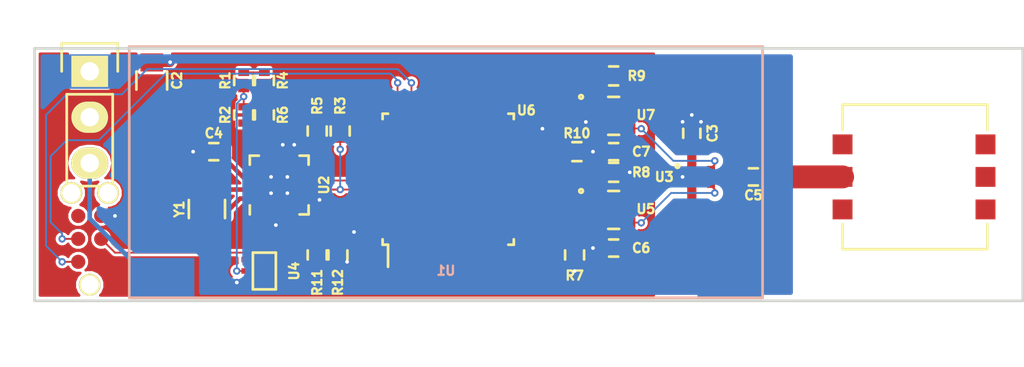
<source format=kicad_pcb>
(kicad_pcb (version 4) (host pcbnew "(2016-02-16 BZR 6568, Git 6c5f954)-product")

  (general
    (links 77)
    (no_connects 1)
    (area 96.444999 73.584999 151.205001 87.705001)
    (thickness 1.6)
    (drawings 4)
    (tracks 231)
    (zones 0)
    (modules 29)
    (nets 45)
  )

  (page A4)
  (layers
    (0 F.Cu signal)
    (31 B.Cu signal)
    (32 B.Adhes user)
    (33 F.Adhes user)
    (34 B.Paste user)
    (35 F.Paste user)
    (36 B.SilkS user)
    (37 F.SilkS user)
    (38 B.Mask user)
    (39 F.Mask user)
    (40 Dwgs.User user)
    (41 Cmts.User user)
    (42 Eco1.User user)
    (43 Eco2.User user)
    (44 Edge.Cuts user)
    (45 Margin user)
    (46 B.CrtYd user)
    (47 F.CrtYd user)
    (48 B.Fab user)
    (49 F.Fab user)
  )

  (setup
    (last_trace_width 0.1016)
    (user_trace_width 0.1016)
    (user_trace_width 0.254)
    (user_trace_width 0.508)
    (trace_clearance 0.1016)
    (zone_clearance 0.1524)
    (zone_45_only no)
    (trace_min 0.1016)
    (segment_width 0.2)
    (edge_width 0.15)
    (via_size 0.4064)
    (via_drill 0.2032)
    (via_min_size 0.4064)
    (via_min_drill 0.2032)
    (user_via 0.4064 0.2032)
    (uvia_size 0.3)
    (uvia_drill 0.1)
    (uvias_allowed no)
    (uvia_min_size 0)
    (uvia_min_drill 0)
    (pcb_text_width 0.3)
    (pcb_text_size 1.5 1.5)
    (mod_edge_width 0.15)
    (mod_text_size 0.508 0.508)
    (mod_text_width 0.127)
    (pad_size 1.524 1.524)
    (pad_drill 0.762)
    (pad_to_mask_clearance 0.0254)
    (aux_axis_origin 0 0)
    (visible_elements FFFEFF7F)
    (pcbplotparams
      (layerselection 0x00030_ffffffff)
      (usegerberextensions false)
      (excludeedgelayer true)
      (linewidth 0.100000)
      (plotframeref false)
      (viasonmask false)
      (mode 1)
      (useauxorigin false)
      (hpglpennumber 1)
      (hpglpenspeed 20)
      (hpglpendiameter 15)
      (psnegative false)
      (psa4output false)
      (plotreference true)
      (plotvalue true)
      (plotinvisibletext false)
      (padsonsilk false)
      (subtractmaskfromsilk false)
      (outputformat 1)
      (mirror false)
      (drillshape 1)
      (scaleselection 1)
      (outputdirectory ""))
  )

  (net 0 "")
  (net 1 "Net-(A1-Pad1)")
  (net 2 GND)
  (net 3 VDD)
  (net 4 "Net-(C3-Pad2)")
  (net 5 "Net-(C4-Pad1)")
  (net 6 "Net-(C5-Pad2)")
  (net 7 "Net-(C6-Pad2)")
  (net 8 "Net-(J1-Pad2)")
  (net 9 "Net-(J1-Pad3)")
  (net 10 "Net-(J1-Pad4)")
  (net 11 "Net-(J1-Pad6)")
  (net 12 "Net-(R1-Pad1)")
  (net 13 "Net-(R1-Pad2)")
  (net 14 "Net-(R2-Pad2)")
  (net 15 "Net-(R3-Pad2)")
  (net 16 "Net-(R5-Pad2)")
  (net 17 "Net-(R7-Pad1)")
  (net 18 "Net-(R8-Pad1)")
  (net 19 "Net-(R9-Pad1)")
  (net 20 "Net-(R10-Pad1)")
  (net 21 "Net-(U2-Pad4)")
  (net 22 "Net-(U2-Pad15)")
  (net 23 "Net-(U2-Pad16)")
  (net 24 "Net-(U3-Pad3)")
  (net 25 "Net-(U4-Pad4)")
  (net 26 "Net-(U6-Pad2)")
  (net 27 "Net-(U6-Pad3)")
  (net 28 "Net-(U6-Pad7)")
  (net 29 "Net-(U6-Pad8)")
  (net 30 "Net-(U6-Pad9)")
  (net 31 "Net-(U6-Pad10)")
  (net 32 "Net-(U6-Pad11)")
  (net 33 "Net-(U6-Pad12)")
  (net 34 "Net-(U6-Pad13)")
  (net 35 "Net-(U6-Pad18)")
  (net 36 "Net-(U6-Pad19)")
  (net 37 "Net-(U6-Pad20)")
  (net 38 "Net-(U6-Pad21)")
  (net 39 "Net-(U6-Pad22)")
  (net 40 "Net-(U6-Pad25)")
  (net 41 "Net-(U6-Pad28)")
  (net 42 "Net-(C7-Pad2)")
  (net 43 "Net-(R11-Pad2)")
  (net 44 "Net-(P1-Pad3)")

  (net_class Default "This is the default net class."
    (clearance 0.1016)
    (trace_width 0.1016)
    (via_dia 0.4064)
    (via_drill 0.2032)
    (uvia_dia 0.3)
    (uvia_drill 0.1)
    (add_net GND)
    (add_net "Net-(A1-Pad1)")
    (add_net "Net-(C3-Pad2)")
    (add_net "Net-(C4-Pad1)")
    (add_net "Net-(C5-Pad2)")
    (add_net "Net-(C6-Pad2)")
    (add_net "Net-(C7-Pad2)")
    (add_net "Net-(J1-Pad2)")
    (add_net "Net-(J1-Pad3)")
    (add_net "Net-(J1-Pad4)")
    (add_net "Net-(J1-Pad6)")
    (add_net "Net-(P1-Pad3)")
    (add_net "Net-(R1-Pad1)")
    (add_net "Net-(R1-Pad2)")
    (add_net "Net-(R10-Pad1)")
    (add_net "Net-(R11-Pad2)")
    (add_net "Net-(R2-Pad2)")
    (add_net "Net-(R3-Pad2)")
    (add_net "Net-(R5-Pad2)")
    (add_net "Net-(R7-Pad1)")
    (add_net "Net-(R8-Pad1)")
    (add_net "Net-(R9-Pad1)")
    (add_net "Net-(U2-Pad15)")
    (add_net "Net-(U2-Pad16)")
    (add_net "Net-(U2-Pad4)")
    (add_net "Net-(U3-Pad3)")
    (add_net "Net-(U4-Pad4)")
    (add_net "Net-(U6-Pad10)")
    (add_net "Net-(U6-Pad11)")
    (add_net "Net-(U6-Pad12)")
    (add_net "Net-(U6-Pad13)")
    (add_net "Net-(U6-Pad18)")
    (add_net "Net-(U6-Pad19)")
    (add_net "Net-(U6-Pad2)")
    (add_net "Net-(U6-Pad20)")
    (add_net "Net-(U6-Pad21)")
    (add_net "Net-(U6-Pad22)")
    (add_net "Net-(U6-Pad25)")
    (add_net "Net-(U6-Pad28)")
    (add_net "Net-(U6-Pad3)")
    (add_net "Net-(U6-Pad7)")
    (add_net "Net-(U6-Pad8)")
    (add_net "Net-(U6-Pad9)")
    (add_net VDD)
  )

  (module slocalization:AH086M (layer F.Cu) (tedit 56C7F2AD) (tstamp 56C7E3D9)
    (at 141.1732 80.772 270)
    (path /56C7A2CB)
    (fp_text reference A1 (at 0 1.9 270) (layer F.SilkS) hide
      (effects (font (size 0.508 0.508) (thickness 0.127)))
    )
    (fp_text value ANT (at 0 -4.2 270) (layer F.Fab)
      (effects (font (size 1 1) (thickness 0.15)))
    )
    (fp_line (start 4 0) (end 2.6 0) (layer F.SilkS) (width 0.15))
    (fp_line (start 4 -8) (end 4 0) (layer F.SilkS) (width 0.15))
    (fp_line (start 2.6 -8) (end 4 -8) (layer F.SilkS) (width 0.15))
    (fp_line (start -4 -8) (end -2.6 -8) (layer F.SilkS) (width 0.15))
    (fp_line (start -4 0) (end -4 -8) (layer F.SilkS) (width 0.15))
    (fp_line (start -2.6 0) (end -4 0) (layer F.SilkS) (width 0.15))
    (pad 1 smd rect (at 0 0 270) (size 1.1 1.1) (layers F.Cu F.Paste F.Mask)
      (net 1 "Net-(A1-Pad1)"))
    (pad ~ smd rect (at -1.8 0 270) (size 1.1 1.1) (layers F.Cu F.Paste F.Mask))
    (pad ~ smd rect (at 1.8 0 270) (size 1.1 1.1) (layers F.Cu F.Paste F.Mask))
    (pad ~ smd rect (at 1.8 -7.9 270) (size 1.1 1.1) (layers F.Cu F.Paste F.Mask))
    (pad ~ smd rect (at 0 -7.9 270) (size 1.1 1.1) (layers F.Cu F.Paste F.Mask))
    (pad ~ smd rect (at -1.8 -7.9 270) (size 1.1 1.1) (layers F.Cu F.Paste F.Mask))
  )

  (module Capacitors_SMD:C_0805 (layer F.Cu) (tedit 5415D6EA) (tstamp 56C7E3E5)
    (at 102.997 75.438 90)
    (descr "Capacitor SMD 0805, reflow soldering, AVX (see smccp.pdf)")
    (tags "capacitor 0805")
    (path /56C7B3AD)
    (attr smd)
    (fp_text reference C2 (at 0 1.397 90) (layer F.SilkS)
      (effects (font (size 0.508 0.508) (thickness 0.127)))
    )
    (fp_text value 47uF (at 0 2.1 90) (layer F.Fab)
      (effects (font (size 1 1) (thickness 0.15)))
    )
    (fp_line (start -1.8 -1) (end 1.8 -1) (layer F.CrtYd) (width 0.05))
    (fp_line (start -1.8 1) (end 1.8 1) (layer F.CrtYd) (width 0.05))
    (fp_line (start -1.8 -1) (end -1.8 1) (layer F.CrtYd) (width 0.05))
    (fp_line (start 1.8 -1) (end 1.8 1) (layer F.CrtYd) (width 0.05))
    (fp_line (start 0.5 -0.85) (end -0.5 -0.85) (layer F.SilkS) (width 0.15))
    (fp_line (start -0.5 0.85) (end 0.5 0.85) (layer F.SilkS) (width 0.15))
    (pad 1 smd rect (at -1 0 90) (size 1 1.25) (layers F.Cu F.Paste F.Mask)
      (net 3 VDD))
    (pad 2 smd rect (at 1 0 90) (size 1 1.25) (layers F.Cu F.Paste F.Mask)
      (net 2 GND))
    (model Capacitors_SMD.3dshapes/C_0805.wrl
      (at (xyz 0 0 0))
      (scale (xyz 1 1 1))
      (rotate (xyz 0 0 0))
    )
  )

  (module Capacitors_SMD:C_0402 (layer F.Cu) (tedit 5415D599) (tstamp 56C7E3EB)
    (at 132.842 78.359 270)
    (descr "Capacitor SMD 0402, reflow soldering, AVX (see smccp.pdf)")
    (tags "capacitor 0402")
    (path /56C7AA6E)
    (attr smd)
    (fp_text reference C3 (at 0 -1.143 270) (layer F.SilkS)
      (effects (font (size 0.508 0.508) (thickness 0.127)))
    )
    (fp_text value C_Small (at 0 1.7 270) (layer F.Fab)
      (effects (font (size 1 1) (thickness 0.15)))
    )
    (fp_line (start -1.15 -0.6) (end 1.15 -0.6) (layer F.CrtYd) (width 0.05))
    (fp_line (start -1.15 0.6) (end 1.15 0.6) (layer F.CrtYd) (width 0.05))
    (fp_line (start -1.15 -0.6) (end -1.15 0.6) (layer F.CrtYd) (width 0.05))
    (fp_line (start 1.15 -0.6) (end 1.15 0.6) (layer F.CrtYd) (width 0.05))
    (fp_line (start 0.25 -0.475) (end -0.25 -0.475) (layer F.SilkS) (width 0.15))
    (fp_line (start -0.25 0.475) (end 0.25 0.475) (layer F.SilkS) (width 0.15))
    (pad 1 smd rect (at -0.55 0 270) (size 0.6 0.5) (layers F.Cu F.Paste F.Mask)
      (net 2 GND))
    (pad 2 smd rect (at 0.55 0 270) (size 0.6 0.5) (layers F.Cu F.Paste F.Mask)
      (net 4 "Net-(C3-Pad2)"))
    (model Capacitors_SMD.3dshapes/C_0402.wrl
      (at (xyz 0 0 0))
      (scale (xyz 1 1 1))
      (rotate (xyz 0 0 0))
    )
  )

  (module Capacitors_SMD:C_0402 (layer F.Cu) (tedit 5415D599) (tstamp 56C7E3F1)
    (at 106.426 79.375 180)
    (descr "Capacitor SMD 0402, reflow soldering, AVX (see smccp.pdf)")
    (tags "capacitor 0402")
    (path /56C7B9D6)
    (attr smd)
    (fp_text reference C4 (at 0 1.016 180) (layer F.SilkS)
      (effects (font (size 0.508 0.508) (thickness 0.127)))
    )
    (fp_text value 74pF (at 0 1.7 180) (layer F.Fab)
      (effects (font (size 1 1) (thickness 0.15)))
    )
    (fp_line (start -1.15 -0.6) (end 1.15 -0.6) (layer F.CrtYd) (width 0.05))
    (fp_line (start -1.15 0.6) (end 1.15 0.6) (layer F.CrtYd) (width 0.05))
    (fp_line (start -1.15 -0.6) (end -1.15 0.6) (layer F.CrtYd) (width 0.05))
    (fp_line (start 1.15 -0.6) (end 1.15 0.6) (layer F.CrtYd) (width 0.05))
    (fp_line (start 0.25 -0.475) (end -0.25 -0.475) (layer F.SilkS) (width 0.15))
    (fp_line (start -0.25 0.475) (end 0.25 0.475) (layer F.SilkS) (width 0.15))
    (pad 1 smd rect (at -0.55 0 180) (size 0.6 0.5) (layers F.Cu F.Paste F.Mask)
      (net 5 "Net-(C4-Pad1)"))
    (pad 2 smd rect (at 0.55 0 180) (size 0.6 0.5) (layers F.Cu F.Paste F.Mask)
      (net 2 GND))
    (model Capacitors_SMD.3dshapes/C_0402.wrl
      (at (xyz 0 0 0))
      (scale (xyz 1 1 1))
      (rotate (xyz 0 0 0))
    )
  )

  (module Capacitors_SMD:C_0402 (layer F.Cu) (tedit 5415D599) (tstamp 56C7E3F7)
    (at 136.2456 80.772 180)
    (descr "Capacitor SMD 0402, reflow soldering, AVX (see smccp.pdf)")
    (tags "capacitor 0402")
    (path /56C7AB0D)
    (attr smd)
    (fp_text reference C5 (at 0 -1.016 180) (layer F.SilkS)
      (effects (font (size 0.508 0.508) (thickness 0.127)))
    )
    (fp_text value C_Small (at 0 1.7 180) (layer F.Fab)
      (effects (font (size 1 1) (thickness 0.15)))
    )
    (fp_line (start -1.15 -0.6) (end 1.15 -0.6) (layer F.CrtYd) (width 0.05))
    (fp_line (start -1.15 0.6) (end 1.15 0.6) (layer F.CrtYd) (width 0.05))
    (fp_line (start -1.15 -0.6) (end -1.15 0.6) (layer F.CrtYd) (width 0.05))
    (fp_line (start 1.15 -0.6) (end 1.15 0.6) (layer F.CrtYd) (width 0.05))
    (fp_line (start 0.25 -0.475) (end -0.25 -0.475) (layer F.SilkS) (width 0.15))
    (fp_line (start -0.25 0.475) (end 0.25 0.475) (layer F.SilkS) (width 0.15))
    (pad 1 smd rect (at -0.55 0 180) (size 0.6 0.5) (layers F.Cu F.Paste F.Mask)
      (net 1 "Net-(A1-Pad1)"))
    (pad 2 smd rect (at 0.55 0 180) (size 0.6 0.5) (layers F.Cu F.Paste F.Mask)
      (net 6 "Net-(C5-Pad2)"))
    (model Capacitors_SMD.3dshapes/C_0402.wrl
      (at (xyz 0 0 0))
      (scale (xyz 1 1 1))
      (rotate (xyz 0 0 0))
    )
  )

  (module Capacitors_SMD:C_0402 (layer F.Cu) (tedit 5415D599) (tstamp 56C7E3FD)
    (at 128.524 84.709)
    (descr "Capacitor SMD 0402, reflow soldering, AVX (see smccp.pdf)")
    (tags "capacitor 0402")
    (path /56C8219F)
    (attr smd)
    (fp_text reference C6 (at 1.524 0) (layer F.SilkS)
      (effects (font (size 0.508 0.508) (thickness 0.127)))
    )
    (fp_text value C_Small (at 0 1.7) (layer F.Fab)
      (effects (font (size 1 1) (thickness 0.15)))
    )
    (fp_line (start -1.15 -0.6) (end 1.15 -0.6) (layer F.CrtYd) (width 0.05))
    (fp_line (start -1.15 0.6) (end 1.15 0.6) (layer F.CrtYd) (width 0.05))
    (fp_line (start -1.15 -0.6) (end -1.15 0.6) (layer F.CrtYd) (width 0.05))
    (fp_line (start 1.15 -0.6) (end 1.15 0.6) (layer F.CrtYd) (width 0.05))
    (fp_line (start 0.25 -0.475) (end -0.25 -0.475) (layer F.SilkS) (width 0.15))
    (fp_line (start -0.25 0.475) (end 0.25 0.475) (layer F.SilkS) (width 0.15))
    (pad 1 smd rect (at -0.55 0) (size 0.6 0.5) (layers F.Cu F.Paste F.Mask)
      (net 2 GND))
    (pad 2 smd rect (at 0.55 0) (size 0.6 0.5) (layers F.Cu F.Paste F.Mask)
      (net 7 "Net-(C6-Pad2)"))
    (model Capacitors_SMD.3dshapes/C_0402.wrl
      (at (xyz 0 0 0))
      (scale (xyz 1 1 1))
      (rotate (xyz 0 0 0))
    )
  )

  (module Capacitors_SMD:C_0402 (layer F.Cu) (tedit 5415D599) (tstamp 56C7E403)
    (at 128.524 79.375)
    (descr "Capacitor SMD 0402, reflow soldering, AVX (see smccp.pdf)")
    (tags "capacitor 0402")
    (path /56C82208)
    (attr smd)
    (fp_text reference C7 (at 1.524 0) (layer F.SilkS)
      (effects (font (size 0.508 0.508) (thickness 0.127)))
    )
    (fp_text value C_Small (at 0 1.7) (layer F.Fab)
      (effects (font (size 1 1) (thickness 0.15)))
    )
    (fp_line (start -1.15 -0.6) (end 1.15 -0.6) (layer F.CrtYd) (width 0.05))
    (fp_line (start -1.15 0.6) (end 1.15 0.6) (layer F.CrtYd) (width 0.05))
    (fp_line (start -1.15 -0.6) (end -1.15 0.6) (layer F.CrtYd) (width 0.05))
    (fp_line (start 1.15 -0.6) (end 1.15 0.6) (layer F.CrtYd) (width 0.05))
    (fp_line (start 0.25 -0.475) (end -0.25 -0.475) (layer F.SilkS) (width 0.15))
    (fp_line (start -0.25 0.475) (end 0.25 0.475) (layer F.SilkS) (width 0.15))
    (pad 1 smd rect (at -0.55 0) (size 0.6 0.5) (layers F.Cu F.Paste F.Mask)
      (net 2 GND))
    (pad 2 smd rect (at 0.55 0) (size 0.6 0.5) (layers F.Cu F.Paste F.Mask)
      (net 42 "Net-(C7-Pad2)"))
    (model Capacitors_SMD.3dshapes/C_0402.wrl
      (at (xyz 0 0 0))
      (scale (xyz 1 1 1))
      (rotate (xyz 0 0 0))
    )
  )

  (module slocalization:TC2030 (layer F.Cu) (tedit 56C7F320) (tstamp 56C7E410)
    (at 99.568 84.201 90)
    (path /56C80B38)
    (fp_text reference J1 (at 0 -2.55 90) (layer F.SilkS) hide
      (effects (font (size 0.508 0.508) (thickness 0.127)))
    )
    (fp_text value TC2030-JLINK-NL (at 0 2.725 90) (layer F.Fab)
      (effects (font (size 1 1) (thickness 0.15)))
    )
    (pad 1 smd circle (at -1.27 0.635 90) (size 0.787 0.787) (layers F.Cu F.Paste F.Mask)
      (net 3 VDD))
    (pad 2 smd circle (at -1.27 -0.635 90) (size 0.787 0.787) (layers F.Cu F.Paste F.Mask)
      (net 8 "Net-(J1-Pad2)"))
    (pad 3 smd circle (at 0 0.635 90) (size 0.787 0.787) (layers F.Cu F.Paste F.Mask)
      (net 9 "Net-(J1-Pad3)"))
    (pad 4 smd circle (at 0 -0.635 90) (size 0.787 0.787) (layers F.Cu F.Paste F.Mask)
      (net 10 "Net-(J1-Pad4)"))
    (pad 5 smd circle (at 1.27 0.635 90) (size 0.787 0.787) (layers F.Cu F.Paste F.Mask)
      (net 2 GND))
    (pad 6 smd circle (at 1.27 -0.635 90) (size 0.787 0.787) (layers F.Cu F.Paste F.Mask)
      (net 11 "Net-(J1-Pad6)"))
    (pad "" np_thru_hole circle (at -2.54 0 90) (size 1.2 1.2) (drill 0.991) (layers *.Cu *.Mask F.SilkS))
    (pad "" np_thru_hole circle (at 2.54 -1.016 90) (size 1.2 1.2) (drill 0.991) (layers *.Cu *.Mask F.SilkS))
    (pad "" np_thru_hole circle (at 2.54 1.016 90) (size 1.2 1.2) (drill 0.991) (layers *.Cu *.Mask F.SilkS))
  )

  (module Resistors_SMD:R_0402 (layer F.Cu) (tedit 5415CBB8) (tstamp 56C7E41C)
    (at 108.077 75.438 90)
    (descr "Resistor SMD 0402, reflow soldering, Vishay (see dcrcw.pdf)")
    (tags "resistor 0402")
    (path /56C7D494)
    (attr smd)
    (fp_text reference R1 (at 0 -1.016 90) (layer F.SilkS)
      (effects (font (size 0.508 0.508) (thickness 0.127)))
    )
    (fp_text value R_Small (at 0 1.8 90) (layer F.Fab)
      (effects (font (size 1 1) (thickness 0.15)))
    )
    (fp_line (start -0.95 -0.65) (end 0.95 -0.65) (layer F.CrtYd) (width 0.05))
    (fp_line (start -0.95 0.65) (end 0.95 0.65) (layer F.CrtYd) (width 0.05))
    (fp_line (start -0.95 -0.65) (end -0.95 0.65) (layer F.CrtYd) (width 0.05))
    (fp_line (start 0.95 -0.65) (end 0.95 0.65) (layer F.CrtYd) (width 0.05))
    (fp_line (start 0.25 -0.525) (end -0.25 -0.525) (layer F.SilkS) (width 0.15))
    (fp_line (start -0.25 0.525) (end 0.25 0.525) (layer F.SilkS) (width 0.15))
    (pad 1 smd rect (at -0.45 0 90) (size 0.4 0.6) (layers F.Cu F.Paste F.Mask)
      (net 12 "Net-(R1-Pad1)"))
    (pad 2 smd rect (at 0.45 0 90) (size 0.4 0.6) (layers F.Cu F.Paste F.Mask)
      (net 13 "Net-(R1-Pad2)"))
    (model Resistors_SMD.3dshapes/R_0402.wrl
      (at (xyz 0 0 0))
      (scale (xyz 1 1 1))
      (rotate (xyz 0 0 0))
    )
  )

  (module Resistors_SMD:R_0402 (layer F.Cu) (tedit 5415CBB8) (tstamp 56C7E422)
    (at 108.077 77.343 270)
    (descr "Resistor SMD 0402, reflow soldering, Vishay (see dcrcw.pdf)")
    (tags "resistor 0402")
    (path /56C7D539)
    (attr smd)
    (fp_text reference R2 (at 0 1.016 270) (layer F.SilkS)
      (effects (font (size 0.508 0.508) (thickness 0.127)))
    )
    (fp_text value R_Small (at 0 1.8 270) (layer F.Fab)
      (effects (font (size 1 1) (thickness 0.15)))
    )
    (fp_line (start -0.95 -0.65) (end 0.95 -0.65) (layer F.CrtYd) (width 0.05))
    (fp_line (start -0.95 0.65) (end 0.95 0.65) (layer F.CrtYd) (width 0.05))
    (fp_line (start -0.95 -0.65) (end -0.95 0.65) (layer F.CrtYd) (width 0.05))
    (fp_line (start 0.95 -0.65) (end 0.95 0.65) (layer F.CrtYd) (width 0.05))
    (fp_line (start 0.25 -0.525) (end -0.25 -0.525) (layer F.SilkS) (width 0.15))
    (fp_line (start -0.25 0.525) (end 0.25 0.525) (layer F.SilkS) (width 0.15))
    (pad 1 smd rect (at -0.45 0 270) (size 0.4 0.6) (layers F.Cu F.Paste F.Mask)
      (net 12 "Net-(R1-Pad1)"))
    (pad 2 smd rect (at 0.45 0 270) (size 0.4 0.6) (layers F.Cu F.Paste F.Mask)
      (net 14 "Net-(R2-Pad2)"))
    (model Resistors_SMD.3dshapes/R_0402.wrl
      (at (xyz 0 0 0))
      (scale (xyz 1 1 1))
      (rotate (xyz 0 0 0))
    )
  )

  (module Resistors_SMD:R_0402 (layer F.Cu) (tedit 5415CBB8) (tstamp 56C7E428)
    (at 113.411 78.232 270)
    (descr "Resistor SMD 0402, reflow soldering, Vishay (see dcrcw.pdf)")
    (tags "resistor 0402")
    (path /56C7DF6F)
    (attr smd)
    (fp_text reference R3 (at -1.397 0 270) (layer F.SilkS)
      (effects (font (size 0.508 0.508) (thickness 0.127)))
    )
    (fp_text value R_Small (at 0 1.8 270) (layer F.Fab)
      (effects (font (size 1 1) (thickness 0.15)))
    )
    (fp_line (start -0.95 -0.65) (end 0.95 -0.65) (layer F.CrtYd) (width 0.05))
    (fp_line (start -0.95 0.65) (end 0.95 0.65) (layer F.CrtYd) (width 0.05))
    (fp_line (start -0.95 -0.65) (end -0.95 0.65) (layer F.CrtYd) (width 0.05))
    (fp_line (start 0.95 -0.65) (end 0.95 0.65) (layer F.CrtYd) (width 0.05))
    (fp_line (start 0.25 -0.525) (end -0.25 -0.525) (layer F.SilkS) (width 0.15))
    (fp_line (start -0.25 0.525) (end 0.25 0.525) (layer F.SilkS) (width 0.15))
    (pad 1 smd rect (at -0.45 0 270) (size 0.4 0.6) (layers F.Cu F.Paste F.Mask)
      (net 3 VDD))
    (pad 2 smd rect (at 0.45 0 270) (size 0.4 0.6) (layers F.Cu F.Paste F.Mask)
      (net 15 "Net-(R3-Pad2)"))
    (model Resistors_SMD.3dshapes/R_0402.wrl
      (at (xyz 0 0 0))
      (scale (xyz 1 1 1))
      (rotate (xyz 0 0 0))
    )
  )

  (module Resistors_SMD:R_0402 (layer F.Cu) (tedit 5415CBB8) (tstamp 56C7E42E)
    (at 109.22 75.438 270)
    (descr "Resistor SMD 0402, reflow soldering, Vishay (see dcrcw.pdf)")
    (tags "resistor 0402")
    (path /56C7D840)
    (attr smd)
    (fp_text reference R4 (at 0 -1.016 270) (layer F.SilkS)
      (effects (font (size 0.508 0.508) (thickness 0.127)))
    )
    (fp_text value R_Small (at 0 1.8 270) (layer F.Fab)
      (effects (font (size 1 1) (thickness 0.15)))
    )
    (fp_line (start -0.95 -0.65) (end 0.95 -0.65) (layer F.CrtYd) (width 0.05))
    (fp_line (start -0.95 0.65) (end 0.95 0.65) (layer F.CrtYd) (width 0.05))
    (fp_line (start -0.95 -0.65) (end -0.95 0.65) (layer F.CrtYd) (width 0.05))
    (fp_line (start 0.95 -0.65) (end 0.95 0.65) (layer F.CrtYd) (width 0.05))
    (fp_line (start 0.25 -0.525) (end -0.25 -0.525) (layer F.SilkS) (width 0.15))
    (fp_line (start -0.25 0.525) (end 0.25 0.525) (layer F.SilkS) (width 0.15))
    (pad 1 smd rect (at -0.45 0 270) (size 0.4 0.6) (layers F.Cu F.Paste F.Mask)
      (net 13 "Net-(R1-Pad2)"))
    (pad 2 smd rect (at 0.45 0 270) (size 0.4 0.6) (layers F.Cu F.Paste F.Mask)
      (net 3 VDD))
    (model Resistors_SMD.3dshapes/R_0402.wrl
      (at (xyz 0 0 0))
      (scale (xyz 1 1 1))
      (rotate (xyz 0 0 0))
    )
  )

  (module Resistors_SMD:R_0402 (layer F.Cu) (tedit 5415CBB8) (tstamp 56C7E434)
    (at 112.141 78.232 270)
    (descr "Resistor SMD 0402, reflow soldering, Vishay (see dcrcw.pdf)")
    (tags "resistor 0402")
    (path /56C7DFD6)
    (attr smd)
    (fp_text reference R5 (at -1.397 0 270) (layer F.SilkS)
      (effects (font (size 0.508 0.508) (thickness 0.127)))
    )
    (fp_text value R_Small (at 0 1.8 270) (layer F.Fab)
      (effects (font (size 1 1) (thickness 0.15)))
    )
    (fp_line (start -0.95 -0.65) (end 0.95 -0.65) (layer F.CrtYd) (width 0.05))
    (fp_line (start -0.95 0.65) (end 0.95 0.65) (layer F.CrtYd) (width 0.05))
    (fp_line (start -0.95 -0.65) (end -0.95 0.65) (layer F.CrtYd) (width 0.05))
    (fp_line (start 0.95 -0.65) (end 0.95 0.65) (layer F.CrtYd) (width 0.05))
    (fp_line (start 0.25 -0.525) (end -0.25 -0.525) (layer F.SilkS) (width 0.15))
    (fp_line (start -0.25 0.525) (end 0.25 0.525) (layer F.SilkS) (width 0.15))
    (pad 1 smd rect (at -0.45 0 270) (size 0.4 0.6) (layers F.Cu F.Paste F.Mask)
      (net 3 VDD))
    (pad 2 smd rect (at 0.45 0 270) (size 0.4 0.6) (layers F.Cu F.Paste F.Mask)
      (net 16 "Net-(R5-Pad2)"))
    (model Resistors_SMD.3dshapes/R_0402.wrl
      (at (xyz 0 0 0))
      (scale (xyz 1 1 1))
      (rotate (xyz 0 0 0))
    )
  )

  (module Resistors_SMD:R_0402 (layer F.Cu) (tedit 5415CBB8) (tstamp 56C7E43A)
    (at 109.22 77.343 90)
    (descr "Resistor SMD 0402, reflow soldering, Vishay (see dcrcw.pdf)")
    (tags "resistor 0402")
    (path /56C7D89D)
    (attr smd)
    (fp_text reference R6 (at 0 1.016 90) (layer F.SilkS)
      (effects (font (size 0.508 0.508) (thickness 0.127)))
    )
    (fp_text value R_Small (at 0 1.8 90) (layer F.Fab)
      (effects (font (size 1 1) (thickness 0.15)))
    )
    (fp_line (start -0.95 -0.65) (end 0.95 -0.65) (layer F.CrtYd) (width 0.05))
    (fp_line (start -0.95 0.65) (end 0.95 0.65) (layer F.CrtYd) (width 0.05))
    (fp_line (start -0.95 -0.65) (end -0.95 0.65) (layer F.CrtYd) (width 0.05))
    (fp_line (start 0.95 -0.65) (end 0.95 0.65) (layer F.CrtYd) (width 0.05))
    (fp_line (start 0.25 -0.525) (end -0.25 -0.525) (layer F.SilkS) (width 0.15))
    (fp_line (start -0.25 0.525) (end 0.25 0.525) (layer F.SilkS) (width 0.15))
    (pad 1 smd rect (at -0.45 0 90) (size 0.4 0.6) (layers F.Cu F.Paste F.Mask)
      (net 14 "Net-(R2-Pad2)"))
    (pad 2 smd rect (at 0.45 0 90) (size 0.4 0.6) (layers F.Cu F.Paste F.Mask)
      (net 3 VDD))
    (model Resistors_SMD.3dshapes/R_0402.wrl
      (at (xyz 0 0 0))
      (scale (xyz 1 1 1))
      (rotate (xyz 0 0 0))
    )
  )

  (module Resistors_SMD:R_0402 (layer F.Cu) (tedit 5415CBB8) (tstamp 56C7E440)
    (at 126.365 85.09 270)
    (descr "Resistor SMD 0402, reflow soldering, Vishay (see dcrcw.pdf)")
    (tags "resistor 0402")
    (path /56C7FA66)
    (attr smd)
    (fp_text reference R7 (at 1.143 0 360) (layer F.SilkS)
      (effects (font (size 0.508 0.508) (thickness 0.127)))
    )
    (fp_text value R_Small (at 0 1.8 270) (layer F.Fab)
      (effects (font (size 1 1) (thickness 0.15)))
    )
    (fp_line (start -0.95 -0.65) (end 0.95 -0.65) (layer F.CrtYd) (width 0.05))
    (fp_line (start -0.95 0.65) (end 0.95 0.65) (layer F.CrtYd) (width 0.05))
    (fp_line (start -0.95 -0.65) (end -0.95 0.65) (layer F.CrtYd) (width 0.05))
    (fp_line (start 0.95 -0.65) (end 0.95 0.65) (layer F.CrtYd) (width 0.05))
    (fp_line (start 0.25 -0.525) (end -0.25 -0.525) (layer F.SilkS) (width 0.15))
    (fp_line (start -0.25 0.525) (end 0.25 0.525) (layer F.SilkS) (width 0.15))
    (pad 1 smd rect (at -0.45 0 270) (size 0.4 0.6) (layers F.Cu F.Paste F.Mask)
      (net 17 "Net-(R7-Pad1)"))
    (pad 2 smd rect (at 0.45 0 270) (size 0.4 0.6) (layers F.Cu F.Paste F.Mask)
      (net 2 GND))
    (model Resistors_SMD.3dshapes/R_0402.wrl
      (at (xyz 0 0 0))
      (scale (xyz 1 1 1))
      (rotate (xyz 0 0 0))
    )
  )

  (module Resistors_SMD:R_0402 (layer F.Cu) (tedit 5415CBB8) (tstamp 56C7E446)
    (at 128.524 80.518)
    (descr "Resistor SMD 0402, reflow soldering, Vishay (see dcrcw.pdf)")
    (tags "resistor 0402")
    (path /56C7FCC2)
    (attr smd)
    (fp_text reference R8 (at 1.524 0) (layer F.SilkS)
      (effects (font (size 0.508 0.508) (thickness 0.127)))
    )
    (fp_text value R_Small (at 0 1.8) (layer F.Fab)
      (effects (font (size 1 1) (thickness 0.15)))
    )
    (fp_line (start -0.95 -0.65) (end 0.95 -0.65) (layer F.CrtYd) (width 0.05))
    (fp_line (start -0.95 0.65) (end 0.95 0.65) (layer F.CrtYd) (width 0.05))
    (fp_line (start -0.95 -0.65) (end -0.95 0.65) (layer F.CrtYd) (width 0.05))
    (fp_line (start 0.95 -0.65) (end 0.95 0.65) (layer F.CrtYd) (width 0.05))
    (fp_line (start 0.25 -0.525) (end -0.25 -0.525) (layer F.SilkS) (width 0.15))
    (fp_line (start -0.25 0.525) (end 0.25 0.525) (layer F.SilkS) (width 0.15))
    (pad 1 smd rect (at -0.45 0) (size 0.4 0.6) (layers F.Cu F.Paste F.Mask)
      (net 18 "Net-(R8-Pad1)"))
    (pad 2 smd rect (at 0.45 0) (size 0.4 0.6) (layers F.Cu F.Paste F.Mask)
      (net 2 GND))
    (model Resistors_SMD.3dshapes/R_0402.wrl
      (at (xyz 0 0 0))
      (scale (xyz 1 1 1))
      (rotate (xyz 0 0 0))
    )
  )

  (module Resistors_SMD:R_0402 (layer F.Cu) (tedit 5415CBB8) (tstamp 56C7E44C)
    (at 128.524 75.184 180)
    (descr "Resistor SMD 0402, reflow soldering, Vishay (see dcrcw.pdf)")
    (tags "resistor 0402")
    (path /56C7FD18)
    (attr smd)
    (fp_text reference R9 (at -1.27 0 180) (layer F.SilkS)
      (effects (font (size 0.508 0.508) (thickness 0.127)))
    )
    (fp_text value R_Small (at 0 1.8 180) (layer F.Fab)
      (effects (font (size 1 1) (thickness 0.15)))
    )
    (fp_line (start -0.95 -0.65) (end 0.95 -0.65) (layer F.CrtYd) (width 0.05))
    (fp_line (start -0.95 0.65) (end 0.95 0.65) (layer F.CrtYd) (width 0.05))
    (fp_line (start -0.95 -0.65) (end -0.95 0.65) (layer F.CrtYd) (width 0.05))
    (fp_line (start 0.95 -0.65) (end 0.95 0.65) (layer F.CrtYd) (width 0.05))
    (fp_line (start 0.25 -0.525) (end -0.25 -0.525) (layer F.SilkS) (width 0.15))
    (fp_line (start -0.25 0.525) (end 0.25 0.525) (layer F.SilkS) (width 0.15))
    (pad 1 smd rect (at -0.45 0 180) (size 0.4 0.6) (layers F.Cu F.Paste F.Mask)
      (net 19 "Net-(R9-Pad1)"))
    (pad 2 smd rect (at 0.45 0 180) (size 0.4 0.6) (layers F.Cu F.Paste F.Mask)
      (net 3 VDD))
    (model Resistors_SMD.3dshapes/R_0402.wrl
      (at (xyz 0 0 0))
      (scale (xyz 1 1 1))
      (rotate (xyz 0 0 0))
    )
  )

  (module Resistors_SMD:R_0402 (layer F.Cu) (tedit 5415CBB8) (tstamp 56C7E452)
    (at 126.492 79.375)
    (descr "Resistor SMD 0402, reflow soldering, Vishay (see dcrcw.pdf)")
    (tags "resistor 0402")
    (path /56C7FD71)
    (attr smd)
    (fp_text reference R10 (at 0 -1.016) (layer F.SilkS)
      (effects (font (size 0.508 0.508) (thickness 0.127)))
    )
    (fp_text value R_Small (at 0 1.8) (layer F.Fab)
      (effects (font (size 1 1) (thickness 0.15)))
    )
    (fp_line (start -0.95 -0.65) (end 0.95 -0.65) (layer F.CrtYd) (width 0.05))
    (fp_line (start -0.95 0.65) (end 0.95 0.65) (layer F.CrtYd) (width 0.05))
    (fp_line (start -0.95 -0.65) (end -0.95 0.65) (layer F.CrtYd) (width 0.05))
    (fp_line (start 0.95 -0.65) (end 0.95 0.65) (layer F.CrtYd) (width 0.05))
    (fp_line (start 0.25 -0.525) (end -0.25 -0.525) (layer F.SilkS) (width 0.15))
    (fp_line (start -0.25 0.525) (end 0.25 0.525) (layer F.SilkS) (width 0.15))
    (pad 1 smd rect (at -0.45 0) (size 0.4 0.6) (layers F.Cu F.Paste F.Mask)
      (net 20 "Net-(R10-Pad1)"))
    (pad 2 smd rect (at 0.45 0) (size 0.4 0.6) (layers F.Cu F.Paste F.Mask)
      (net 2 GND))
    (model Resistors_SMD.3dshapes/R_0402.wrl
      (at (xyz 0 0 0))
      (scale (xyz 1 1 1))
      (rotate (xyz 0 0 0))
    )
  )

  (module slocalization:AM-1417 (layer B.Cu) (tedit 56C7DCAA) (tstamp 56C7E45C)
    (at 119.253 87.46 180)
    (path /56C7A61E)
    (fp_text reference U1 (at 0 1.5 180) (layer B.SilkS)
      (effects (font (size 0.508 0.508) (thickness 0.127)) (justify mirror))
    )
    (fp_text value SOLAR_CELL (at 0 8.4 180) (layer B.Fab)
      (effects (font (size 1 1) (thickness 0.15)) (justify mirror))
    )
    (fp_line (start -17.5 13.9) (end -17.5 0) (layer B.SilkS) (width 0.15))
    (fp_line (start 17.5 13.9) (end -17.5 13.9) (layer B.SilkS) (width 0.15))
    (fp_line (start 17.5 0) (end 17.5 13.9) (layer B.SilkS) (width 0.15))
    (fp_line (start -17.5 0) (end 17.5 0) (layer B.SilkS) (width 0.15))
    (pad 1 smd rect (at 15.7 1.1 180) (size 3.6 2.2) (layers B.Cu B.Paste B.Mask)
      (net 44 "Net-(P1-Pad3)"))
    (pad 2 smd rect (at -15.7 1.1 180) (size 3.6 2.2) (layers B.Cu B.Paste B.Mask)
      (net 2 GND))
  )

  (module Housings_DFN_QFN:QFN-16-1EP_3x3mm_Pitch0.5mm (layer F.Cu) (tedit 54130A77) (tstamp 56C7E474)
    (at 110.04 81.222 90)
    (descr "16-Lead Plastic Quad Flat, No Lead Package (NG) - 3x3x0.9 mm Body [QFN]; (see Microchip Packaging Specification 00000049BS.pdf)")
    (tags "QFN 0.5")
    (path /56C7A363)
    (attr smd)
    (fp_text reference U2 (at 0 2.482 90) (layer F.SilkS)
      (effects (font (size 0.508 0.508) (thickness 0.127)))
    )
    (fp_text value AM0805 (at 0 2.85 90) (layer F.Fab)
      (effects (font (size 1 1) (thickness 0.15)))
    )
    (fp_line (start -2.1 -2.1) (end -2.1 2.1) (layer F.CrtYd) (width 0.05))
    (fp_line (start 2.1 -2.1) (end 2.1 2.1) (layer F.CrtYd) (width 0.05))
    (fp_line (start -2.1 -2.1) (end 2.1 -2.1) (layer F.CrtYd) (width 0.05))
    (fp_line (start -2.1 2.1) (end 2.1 2.1) (layer F.CrtYd) (width 0.05))
    (fp_line (start 1.625 -1.625) (end 1.625 -1.125) (layer F.SilkS) (width 0.15))
    (fp_line (start -1.625 1.625) (end -1.625 1.125) (layer F.SilkS) (width 0.15))
    (fp_line (start 1.625 1.625) (end 1.625 1.125) (layer F.SilkS) (width 0.15))
    (fp_line (start -1.625 -1.625) (end -1.125 -1.625) (layer F.SilkS) (width 0.15))
    (fp_line (start -1.625 1.625) (end -1.125 1.625) (layer F.SilkS) (width 0.15))
    (fp_line (start 1.625 1.625) (end 1.125 1.625) (layer F.SilkS) (width 0.15))
    (fp_line (start 1.625 -1.625) (end 1.125 -1.625) (layer F.SilkS) (width 0.15))
    (pad 1 smd oval (at -1.475 -0.75 90) (size 0.75 0.3) (layers F.Cu F.Paste F.Mask))
    (pad 2 smd oval (at -1.475 -0.25 90) (size 0.75 0.3) (layers F.Cu F.Paste F.Mask)
      (net 2 GND))
    (pad 3 smd oval (at -1.475 0.25 90) (size 0.75 0.3) (layers F.Cu F.Paste F.Mask))
    (pad 4 smd oval (at -1.475 0.75 90) (size 0.75 0.3) (layers F.Cu F.Paste F.Mask)
      (net 21 "Net-(U2-Pad4)"))
    (pad 5 smd oval (at -0.75 1.475 180) (size 0.75 0.3) (layers F.Cu F.Paste F.Mask)
      (net 2 GND))
    (pad 6 smd oval (at -0.25 1.475 180) (size 0.75 0.3) (layers F.Cu F.Paste F.Mask)
      (net 15 "Net-(R3-Pad2)"))
    (pad 7 smd oval (at 0.25 1.475 180) (size 0.75 0.3) (layers F.Cu F.Paste F.Mask)
      (net 16 "Net-(R5-Pad2)"))
    (pad 8 smd oval (at 0.75 1.475 180) (size 0.75 0.3) (layers F.Cu F.Paste F.Mask))
    (pad 9 smd oval (at 1.475 0.75 90) (size 0.75 0.3) (layers F.Cu F.Paste F.Mask)
      (net 2 GND))
    (pad 10 smd oval (at 1.475 0.25 90) (size 0.75 0.3) (layers F.Cu F.Paste F.Mask)
      (net 2 GND))
    (pad 11 smd oval (at 1.475 -0.25 90) (size 0.75 0.3) (layers F.Cu F.Paste F.Mask)
      (net 13 "Net-(R1-Pad2)"))
    (pad 12 smd oval (at 1.475 -0.75 90) (size 0.75 0.3) (layers F.Cu F.Paste F.Mask)
      (net 14 "Net-(R2-Pad2)"))
    (pad 13 smd oval (at 0.75 -1.475 180) (size 0.75 0.3) (layers F.Cu F.Paste F.Mask)
      (net 3 VDD))
    (pad 14 smd oval (at 0.25 -1.475 180) (size 0.75 0.3) (layers F.Cu F.Paste F.Mask)
      (net 5 "Net-(C4-Pad1)"))
    (pad 15 smd oval (at -0.25 -1.475 180) (size 0.75 0.3) (layers F.Cu F.Paste F.Mask)
      (net 22 "Net-(U2-Pad15)"))
    (pad 16 smd oval (at -0.75 -1.475 180) (size 0.75 0.3) (layers F.Cu F.Paste F.Mask)
      (net 23 "Net-(U2-Pad16)"))
    (pad 17 smd rect (at 0.45 0.45 90) (size 0.9 0.9) (layers F.Cu F.Paste F.Mask)
      (net 2 GND) (solder_paste_margin_ratio -0.2))
    (pad 17 smd rect (at 0.45 -0.45 90) (size 0.9 0.9) (layers F.Cu F.Paste F.Mask)
      (net 2 GND) (solder_paste_margin_ratio -0.2))
    (pad 17 smd rect (at -0.45 0.45 90) (size 0.9 0.9) (layers F.Cu F.Paste F.Mask)
      (net 2 GND) (solder_paste_margin_ratio -0.2))
    (pad 17 smd rect (at -0.45 -0.45 90) (size 0.9 0.9) (layers F.Cu F.Paste F.Mask)
      (net 2 GND) (solder_paste_margin_ratio -0.2))
    (model Housings_DFN_QFN.3dshapes/QFN-16-1EP_3x3mm_Pitch0.5mm.wrl
      (at (xyz 0 0 0))
      (scale (xyz 1 1 1))
      (rotate (xyz 0 0 0))
    )
  )

  (module slocalization:MINIMOLD-6 (layer F.Cu) (tedit 56C7DE55) (tstamp 56C7E47F)
    (at 133.35 80.772)
    (path /56C7A337)
    (fp_text reference U3 (at -2.032 0) (layer F.SilkS)
      (effects (font (size 0.508 0.508) (thickness 0.127)))
    )
    (fp_text value UPG2422TK (at 0 -1.7) (layer F.Fab)
      (effects (font (size 1 1) (thickness 0.15)))
    )
    (fp_circle (center -1.3 -0.6) (end -1.2 -0.6) (layer F.SilkS) (width 0.15))
    (pad 1 smd rect (at -0.55 -0.48) (size 0.45 0.26) (layers F.Cu F.Paste F.Mask)
      (net 4 "Net-(C3-Pad2)"))
    (pad 2 smd rect (at -0.55 0) (size 0.45 0.26) (layers F.Cu F.Paste F.Mask)
      (net 2 GND))
    (pad 3 smd rect (at -0.55 0.48) (size 0.45 0.26) (layers F.Cu F.Paste F.Mask)
      (net 24 "Net-(U3-Pad3)"))
    (pad 4 smd rect (at 0.55 0.48) (size 0.45 0.26) (layers F.Cu F.Paste F.Mask)
      (net 7 "Net-(C6-Pad2)"))
    (pad 5 smd rect (at 0.55 0) (size 0.45 0.26) (layers F.Cu F.Paste F.Mask)
      (net 6 "Net-(C5-Pad2)"))
    (pad 6 smd rect (at 0.55 -0.48) (size 0.45 0.26) (layers F.Cu F.Paste F.Mask)
      (net 42 "Net-(C7-Pad2)"))
  )

  (module TO_SOT_Packages_SMD:SOT-353 (layer F.Cu) (tedit 0) (tstamp 56C7E488)
    (at 109.22 85.979)
    (descr SOT353)
    (path /56C812ED)
    (attr smd)
    (fp_text reference U4 (at 1.651 0 90) (layer F.SilkS)
      (effects (font (size 0.508 0.508) (thickness 0.127)))
    )
    (fp_text value 74LVC1G04 (at 0.09906 0 90) (layer F.Fab)
      (effects (font (size 1 1) (thickness 0.15)))
    )
    (fp_line (start 0.635 1.016) (end 0.635 -1.016) (layer F.SilkS) (width 0.15))
    (fp_line (start 0.635 -1.016) (end -0.635 -1.016) (layer F.SilkS) (width 0.15))
    (fp_line (start -0.635 -1.016) (end -0.635 1.016) (layer F.SilkS) (width 0.15))
    (fp_line (start -0.635 1.016) (end 0.635 1.016) (layer F.SilkS) (width 0.15))
    (pad 1 smd rect (at -1.016 -0.635) (size 0.508 0.3048) (layers F.Cu F.Paste F.Mask))
    (pad 3 smd rect (at -1.016 0.635) (size 0.508 0.3048) (layers F.Cu F.Paste F.Mask)
      (net 2 GND))
    (pad 5 smd rect (at 1.016 -0.635) (size 0.508 0.3048) (layers F.Cu F.Paste F.Mask)
      (net 3 VDD))
    (pad 2 smd rect (at -1.016 0) (size 0.508 0.3048) (layers F.Cu F.Paste F.Mask)
      (net 12 "Net-(R1-Pad1)"))
    (pad 4 smd rect (at 1.016 0.635) (size 0.508 0.3048) (layers F.Cu F.Paste F.Mask)
      (net 25 "Net-(U4-Pad4)"))
    (model TO_SOT_Packages_SMD.3dshapes/SOT-353.wrl
      (at (xyz 0 0 0))
      (scale (xyz 0.07000000000000001 0.09 0.08))
      (rotate (xyz 0 0 90))
    )
  )

  (module slocalization:SOT-363 (layer F.Cu) (tedit 56C7E28C) (tstamp 56C7E495)
    (at 128.524 82.55)
    (path /56C7EDAF)
    (fp_text reference U5 (at 1.778 0) (layer F.SilkS)
      (effects (font (size 0.508 0.508) (thickness 0.127)))
    )
    (fp_text value 74LVC1G175 (at 0 -2) (layer F.Fab)
      (effects (font (size 1 1) (thickness 0.15)))
    )
    (fp_circle (center -1.8 -1) (end -1.7 -1) (layer F.SilkS) (width 0.15))
    (fp_line (start 0.3 -1) (end -0.3 -1) (layer F.SilkS) (width 0.15))
    (fp_line (start -0.3 1.1) (end 0.3 1.1) (layer F.SilkS) (width 0.15))
    (pad 1 smd rect (at -0.9 -0.75) (size 0.6 0.6) (layers F.Cu F.Paste F.Mask)
      (net 18 "Net-(R8-Pad1)"))
    (pad 2 smd rect (at -0.9 0) (size 0.6 0.4) (layers F.Cu F.Paste F.Mask)
      (net 2 GND))
    (pad 3 smd rect (at -0.9 0.75) (size 0.6 0.6) (layers F.Cu F.Paste F.Mask)
      (net 17 "Net-(R7-Pad1)"))
    (pad 4 smd rect (at 0.9 0.75) (size 0.6 0.6) (layers F.Cu F.Paste F.Mask)
      (net 7 "Net-(C6-Pad2)"))
    (pad 5 smd rect (at 0.9 0) (size 0.6 0.4) (layers F.Cu F.Paste F.Mask)
      (net 3 VDD))
    (pad 6 smd rect (at 0.9 -0.75) (size 0.6 0.6) (layers F.Cu F.Paste F.Mask)
      (net 19 "Net-(R9-Pad1)"))
  )

  (module Housings_QFP:LQFP-32_7x7mm_Pitch0.8mm (layer F.Cu) (tedit 54130A77) (tstamp 56C7E4B9)
    (at 119.38 80.899 90)
    (descr "LQFP32: plastic low profile quad flat package; 32 leads; body 7 x 7 x 1.4 mm (see NXP sot358-1_po.pdf and sot358-1_fr.pdf)")
    (tags "QFP 0.8")
    (path /56C7A301)
    (attr smd)
    (fp_text reference U6 (at 3.81 4.318 180) (layer F.SilkS)
      (effects (font (size 0.508 0.508) (thickness 0.127)))
    )
    (fp_text value STM32L051K8T6 (at 0 5.85 90) (layer F.Fab)
      (effects (font (size 1 1) (thickness 0.15)))
    )
    (fp_line (start -5.1 -5.1) (end -5.1 5.1) (layer F.CrtYd) (width 0.05))
    (fp_line (start 5.1 -5.1) (end 5.1 5.1) (layer F.CrtYd) (width 0.05))
    (fp_line (start -5.1 -5.1) (end 5.1 -5.1) (layer F.CrtYd) (width 0.05))
    (fp_line (start -5.1 5.1) (end 5.1 5.1) (layer F.CrtYd) (width 0.05))
    (fp_line (start -3.625 -3.625) (end -3.625 -3.325) (layer F.SilkS) (width 0.15))
    (fp_line (start 3.625 -3.625) (end 3.625 -3.325) (layer F.SilkS) (width 0.15))
    (fp_line (start 3.625 3.625) (end 3.625 3.325) (layer F.SilkS) (width 0.15))
    (fp_line (start -3.625 3.625) (end -3.625 3.325) (layer F.SilkS) (width 0.15))
    (fp_line (start -3.625 -3.625) (end -3.325 -3.625) (layer F.SilkS) (width 0.15))
    (fp_line (start -3.625 3.625) (end -3.325 3.625) (layer F.SilkS) (width 0.15))
    (fp_line (start 3.625 3.625) (end 3.325 3.625) (layer F.SilkS) (width 0.15))
    (fp_line (start 3.625 -3.625) (end 3.325 -3.625) (layer F.SilkS) (width 0.15))
    (fp_line (start -3.625 -3.325) (end -4.85 -3.325) (layer F.SilkS) (width 0.15))
    (pad 1 smd rect (at -4.25 -2.8 90) (size 1.2 0.6) (layers F.Cu F.Paste F.Mask)
      (net 3 VDD))
    (pad 2 smd rect (at -4.25 -2 90) (size 1.2 0.6) (layers F.Cu F.Paste F.Mask)
      (net 26 "Net-(U6-Pad2)"))
    (pad 3 smd rect (at -4.25 -1.2 90) (size 1.2 0.6) (layers F.Cu F.Paste F.Mask)
      (net 27 "Net-(U6-Pad3)"))
    (pad 4 smd rect (at -4.25 -0.4 90) (size 1.2 0.6) (layers F.Cu F.Paste F.Mask)
      (net 9 "Net-(J1-Pad3)"))
    (pad 5 smd rect (at -4.25 0.4 90) (size 1.2 0.6) (layers F.Cu F.Paste F.Mask)
      (net 3 VDD))
    (pad 6 smd rect (at -4.25 1.2 90) (size 1.2 0.6) (layers F.Cu F.Paste F.Mask)
      (net 25 "Net-(U4-Pad4)"))
    (pad 7 smd rect (at -4.25 2 90) (size 1.2 0.6) (layers F.Cu F.Paste F.Mask)
      (net 28 "Net-(U6-Pad7)"))
    (pad 8 smd rect (at -4.25 2.8 90) (size 1.2 0.6) (layers F.Cu F.Paste F.Mask)
      (net 29 "Net-(U6-Pad8)"))
    (pad 9 smd rect (at -2.8 4.25 180) (size 1.2 0.6) (layers F.Cu F.Paste F.Mask)
      (net 30 "Net-(U6-Pad9)"))
    (pad 10 smd rect (at -2 4.25 180) (size 1.2 0.6) (layers F.Cu F.Paste F.Mask)
      (net 31 "Net-(U6-Pad10)"))
    (pad 11 smd rect (at -1.2 4.25 180) (size 1.2 0.6) (layers F.Cu F.Paste F.Mask)
      (net 32 "Net-(U6-Pad11)"))
    (pad 12 smd rect (at -0.4 4.25 180) (size 1.2 0.6) (layers F.Cu F.Paste F.Mask)
      (net 33 "Net-(U6-Pad12)"))
    (pad 13 smd rect (at 0.4 4.25 180) (size 1.2 0.6) (layers F.Cu F.Paste F.Mask)
      (net 34 "Net-(U6-Pad13)"))
    (pad 14 smd rect (at 1.2 4.25 180) (size 1.2 0.6) (layers F.Cu F.Paste F.Mask)
      (net 17 "Net-(R7-Pad1)"))
    (pad 15 smd rect (at 2 4.25 180) (size 1.2 0.6) (layers F.Cu F.Paste F.Mask)
      (net 18 "Net-(R8-Pad1)"))
    (pad 16 smd rect (at 2.8 4.25 180) (size 1.2 0.6) (layers F.Cu F.Paste F.Mask)
      (net 2 GND))
    (pad 17 smd rect (at 4.25 2.8 90) (size 1.2 0.6) (layers F.Cu F.Paste F.Mask)
      (net 3 VDD))
    (pad 18 smd rect (at 4.25 2 90) (size 1.2 0.6) (layers F.Cu F.Paste F.Mask)
      (net 35 "Net-(U6-Pad18)"))
    (pad 19 smd rect (at 4.25 1.2 90) (size 1.2 0.6) (layers F.Cu F.Paste F.Mask)
      (net 36 "Net-(U6-Pad19)"))
    (pad 20 smd rect (at 4.25 0.4 90) (size 1.2 0.6) (layers F.Cu F.Paste F.Mask)
      (net 37 "Net-(U6-Pad20)"))
    (pad 21 smd rect (at 4.25 -0.4 90) (size 1.2 0.6) (layers F.Cu F.Paste F.Mask)
      (net 38 "Net-(U6-Pad21)"))
    (pad 22 smd rect (at 4.25 -1.2 90) (size 1.2 0.6) (layers F.Cu F.Paste F.Mask)
      (net 39 "Net-(U6-Pad22)"))
    (pad 23 smd rect (at 4.25 -2 90) (size 1.2 0.6) (layers F.Cu F.Paste F.Mask)
      (net 8 "Net-(J1-Pad2)"))
    (pad 24 smd rect (at 4.25 -2.8 90) (size 1.2 0.6) (layers F.Cu F.Paste F.Mask)
      (net 10 "Net-(J1-Pad4)"))
    (pad 25 smd rect (at 2.8 -4.25 180) (size 1.2 0.6) (layers F.Cu F.Paste F.Mask)
      (net 40 "Net-(U6-Pad25)"))
    (pad 26 smd rect (at 2 -4.25 180) (size 1.2 0.6) (layers F.Cu F.Paste F.Mask)
      (net 19 "Net-(R9-Pad1)"))
    (pad 27 smd rect (at 1.2 -4.25 180) (size 1.2 0.6) (layers F.Cu F.Paste F.Mask)
      (net 20 "Net-(R10-Pad1)"))
    (pad 28 smd rect (at 0.4 -4.25 180) (size 1.2 0.6) (layers F.Cu F.Paste F.Mask)
      (net 41 "Net-(U6-Pad28)"))
    (pad 29 smd rect (at -0.4 -4.25 180) (size 1.2 0.6) (layers F.Cu F.Paste F.Mask)
      (net 16 "Net-(R5-Pad2)"))
    (pad 30 smd rect (at -1.2 -4.25 180) (size 1.2 0.6) (layers F.Cu F.Paste F.Mask)
      (net 15 "Net-(R3-Pad2)"))
    (pad 31 smd rect (at -2 -4.25 180) (size 1.2 0.6) (layers F.Cu F.Paste F.Mask)
      (net 43 "Net-(R11-Pad2)"))
    (pad 32 smd rect (at -2.8 -4.25 180) (size 1.2 0.6) (layers F.Cu F.Paste F.Mask)
      (net 2 GND))
    (model Housings_QFP.3dshapes/LQFP-32_7x7mm_Pitch0.8mm.wrl
      (at (xyz 0 0 0))
      (scale (xyz 1 1 1))
      (rotate (xyz 0 0 0))
    )
  )

  (module slocalization:SOT-363 (layer F.Cu) (tedit 56C7E28C) (tstamp 56C7E4C6)
    (at 128.524 77.343)
    (path /56C7F1C3)
    (fp_text reference U7 (at 1.778 0) (layer F.SilkS)
      (effects (font (size 0.508 0.508) (thickness 0.127)))
    )
    (fp_text value 74LVC1G175 (at 0 -2) (layer F.Fab)
      (effects (font (size 1 1) (thickness 0.15)))
    )
    (fp_circle (center -1.8 -1) (end -1.7 -1) (layer F.SilkS) (width 0.15))
    (fp_line (start 0.3 -1) (end -0.3 -1) (layer F.SilkS) (width 0.15))
    (fp_line (start -0.3 1.1) (end 0.3 1.1) (layer F.SilkS) (width 0.15))
    (pad 1 smd rect (at -0.9 -0.75) (size 0.6 0.6) (layers F.Cu F.Paste F.Mask)
      (net 18 "Net-(R8-Pad1)"))
    (pad 2 smd rect (at -0.9 0) (size 0.6 0.4) (layers F.Cu F.Paste F.Mask)
      (net 2 GND))
    (pad 3 smd rect (at -0.9 0.75) (size 0.6 0.6) (layers F.Cu F.Paste F.Mask)
      (net 20 "Net-(R10-Pad1)"))
    (pad 4 smd rect (at 0.9 0.75) (size 0.6 0.6) (layers F.Cu F.Paste F.Mask)
      (net 42 "Net-(C7-Pad2)"))
    (pad 5 smd rect (at 0.9 0) (size 0.6 0.4) (layers F.Cu F.Paste F.Mask)
      (net 3 VDD))
    (pad 6 smd rect (at 0.9 -0.75) (size 0.6 0.6) (layers F.Cu F.Paste F.Mask)
      (net 19 "Net-(R9-Pad1)"))
  )

  (module slocalization:XTAL-3.2mm-1.5mm (layer F.Cu) (tedit 56C7DF67) (tstamp 56C7E4CE)
    (at 106.045 82.55 270)
    (path /56C7C2D3)
    (fp_text reference Y1 (at 0 1.524 270) (layer F.SilkS)
      (effects (font (size 0.508 0.508) (thickness 0.127)))
    )
    (fp_text value Crystal_Small (at 0 -2.2 270) (layer F.Fab)
      (effects (font (size 1 1) (thickness 0.15)))
    )
    (fp_line (start 0.5 1) (end -0.5 1) (layer F.SilkS) (width 0.15))
    (fp_line (start -0.5 -1) (end 0.5 -1) (layer F.SilkS) (width 0.15))
    (pad 1 smd rect (at -1.25 0 270) (size 1.1 1.9) (layers F.Cu F.Paste F.Mask)
      (net 22 "Net-(U2-Pad15)"))
    (pad 2 smd rect (at 1.25 0 270) (size 1.1 1.9) (layers F.Cu F.Paste F.Mask)
      (net 23 "Net-(U2-Pad16)"))
  )

  (module Resistors_SMD:R_0402 (layer F.Cu) (tedit 5415CBB8) (tstamp 56C7E86C)
    (at 112.141 85.09 90)
    (descr "Resistor SMD 0402, reflow soldering, Vishay (see dcrcw.pdf)")
    (tags "resistor 0402")
    (path /56C83B86)
    (attr smd)
    (fp_text reference R11 (at -1.524 0 90) (layer F.SilkS)
      (effects (font (size 0.508 0.508) (thickness 0.127)))
    )
    (fp_text value R_Small (at 0 1.8 90) (layer F.Fab)
      (effects (font (size 1 1) (thickness 0.15)))
    )
    (fp_line (start -0.95 -0.65) (end 0.95 -0.65) (layer F.CrtYd) (width 0.05))
    (fp_line (start -0.95 0.65) (end 0.95 0.65) (layer F.CrtYd) (width 0.05))
    (fp_line (start -0.95 -0.65) (end -0.95 0.65) (layer F.CrtYd) (width 0.05))
    (fp_line (start 0.95 -0.65) (end 0.95 0.65) (layer F.CrtYd) (width 0.05))
    (fp_line (start 0.25 -0.525) (end -0.25 -0.525) (layer F.SilkS) (width 0.15))
    (fp_line (start -0.25 0.525) (end 0.25 0.525) (layer F.SilkS) (width 0.15))
    (pad 1 smd rect (at -0.45 0 90) (size 0.4 0.6) (layers F.Cu F.Paste F.Mask)
      (net 3 VDD))
    (pad 2 smd rect (at 0.45 0 90) (size 0.4 0.6) (layers F.Cu F.Paste F.Mask)
      (net 43 "Net-(R11-Pad2)"))
    (model Resistors_SMD.3dshapes/R_0402.wrl
      (at (xyz 0 0 0))
      (scale (xyz 1 1 1))
      (rotate (xyz 0 0 0))
    )
  )

  (module Resistors_SMD:R_0402 (layer F.Cu) (tedit 5415CBB8) (tstamp 56C7E872)
    (at 113.284 85.09 90)
    (descr "Resistor SMD 0402, reflow soldering, Vishay (see dcrcw.pdf)")
    (tags "resistor 0402")
    (path /56C83C03)
    (attr smd)
    (fp_text reference R12 (at -1.524 0 90) (layer F.SilkS)
      (effects (font (size 0.508 0.508) (thickness 0.127)))
    )
    (fp_text value R_Small (at 0 1.8 90) (layer F.Fab)
      (effects (font (size 1 1) (thickness 0.15)))
    )
    (fp_line (start -0.95 -0.65) (end 0.95 -0.65) (layer F.CrtYd) (width 0.05))
    (fp_line (start -0.95 0.65) (end 0.95 0.65) (layer F.CrtYd) (width 0.05))
    (fp_line (start -0.95 -0.65) (end -0.95 0.65) (layer F.CrtYd) (width 0.05))
    (fp_line (start 0.95 -0.65) (end 0.95 0.65) (layer F.CrtYd) (width 0.05))
    (fp_line (start 0.25 -0.525) (end -0.25 -0.525) (layer F.SilkS) (width 0.15))
    (fp_line (start -0.25 0.525) (end 0.25 0.525) (layer F.SilkS) (width 0.15))
    (pad 1 smd rect (at -0.45 0 90) (size 0.4 0.6) (layers F.Cu F.Paste F.Mask)
      (net 2 GND))
    (pad 2 smd rect (at 0.45 0 90) (size 0.4 0.6) (layers F.Cu F.Paste F.Mask)
      (net 43 "Net-(R11-Pad2)"))
    (model Resistors_SMD.3dshapes/R_0402.wrl
      (at (xyz 0 0 0))
      (scale (xyz 1 1 1))
      (rotate (xyz 0 0 0))
    )
  )

  (module Pin_Headers:Pin_Header_Straight_1x03 (layer F.Cu) (tedit 56C7F329) (tstamp 56C7EB23)
    (at 99.568 74.93)
    (descr "Through hole pin header")
    (tags "pin header")
    (path /56C84562)
    (fp_text reference P1 (at 0 -5.1) (layer F.SilkS) hide
      (effects (font (size 0.508 0.508) (thickness 0.127)))
    )
    (fp_text value CONN_01X03 (at 0 -3.1) (layer F.Fab)
      (effects (font (size 1 1) (thickness 0.15)))
    )
    (fp_line (start -1.75 -1.75) (end -1.75 6.85) (layer F.CrtYd) (width 0.05))
    (fp_line (start 1.75 -1.75) (end 1.75 6.85) (layer F.CrtYd) (width 0.05))
    (fp_line (start -1.75 -1.75) (end 1.75 -1.75) (layer F.CrtYd) (width 0.05))
    (fp_line (start -1.75 6.85) (end 1.75 6.85) (layer F.CrtYd) (width 0.05))
    (fp_line (start -1.27 1.27) (end -1.27 6.35) (layer F.SilkS) (width 0.15))
    (fp_line (start -1.27 6.35) (end 1.27 6.35) (layer F.SilkS) (width 0.15))
    (fp_line (start 1.27 6.35) (end 1.27 1.27) (layer F.SilkS) (width 0.15))
    (fp_line (start 1.55 -1.55) (end 1.55 0) (layer F.SilkS) (width 0.15))
    (fp_line (start 1.27 1.27) (end -1.27 1.27) (layer F.SilkS) (width 0.15))
    (fp_line (start -1.55 0) (end -1.55 -1.55) (layer F.SilkS) (width 0.15))
    (fp_line (start -1.55 -1.55) (end 1.55 -1.55) (layer F.SilkS) (width 0.15))
    (pad 1 thru_hole rect (at 0 0) (size 2.032 1.7272) (drill 1.016) (layers *.Cu *.Mask F.SilkS)
      (net 2 GND))
    (pad 2 thru_hole oval (at 0 2.54) (size 2.032 1.7272) (drill 1.016) (layers *.Cu *.Mask F.SilkS)
      (net 3 VDD))
    (pad 3 thru_hole oval (at 0 5.08) (size 2.032 1.7272) (drill 1.016) (layers *.Cu *.Mask F.SilkS)
      (net 44 "Net-(P1-Pad3)"))
    (model Pin_Headers.3dshapes/Pin_Header_Straight_1x03.wrl
      (at (xyz 0 -0.1 0))
      (scale (xyz 1 1 1))
      (rotate (xyz 0 0 90))
    )
  )

  (gr_line (start 96.52 73.66) (end 96.52 87.63) (layer Edge.Cuts) (width 0.15))
  (gr_line (start 151.13 73.66) (end 96.52 73.66) (layer Edge.Cuts) (width 0.15))
  (gr_line (start 151.13 87.63) (end 151.13 73.66) (layer Edge.Cuts) (width 0.15))
  (gr_line (start 96.52 87.63) (end 151.13 87.63) (layer Edge.Cuts) (width 0.15))

  (segment (start 136.7956 80.772) (end 141.1732 80.772) (width 1.27) (layer F.Cu) (net 1))
  (segment (start 105.876 79.375) (end 105.283 79.375) (width 0.254) (layer F.Cu) (net 2))
  (via (at 105.283 79.375) (size 0.4064) (drill 0.2032) (layers F.Cu B.Cu) (net 2))
  (segment (start 100.203 82.931) (end 100.965 82.931) (width 0.254) (layer F.Cu) (net 2))
  (via (at 100.965 82.931) (size 0.4064) (drill 0.2032) (layers F.Cu B.Cu) (net 2))
  (segment (start 127.974 84.709) (end 127.381 84.709) (width 0.254) (layer F.Cu) (net 2))
  (via (at 127.381 84.709) (size 0.4064) (drill 0.2032) (layers F.Cu B.Cu) (net 2))
  (segment (start 126.365 85.54) (end 126.365 85.979) (width 0.254) (layer F.Cu) (net 2))
  (via (at 126.365 85.979) (size 0.4064) (drill 0.2032) (layers F.Cu B.Cu) (net 2))
  (segment (start 127.974 84.709) (end 127.974 84.205) (width 0.254) (layer F.Cu) (net 2))
  (segment (start 127.974 84.205) (end 128.52 83.659) (width 0.254) (layer F.Cu) (net 2))
  (segment (start 128.52 83.659) (end 128.52 81.915482) (width 0.254) (layer F.Cu) (net 2))
  (segment (start 127.624 82.55) (end 127.885482 82.55) (width 0.254) (layer F.Cu) (net 2))
  (segment (start 127.885482 82.55) (end 128.52 81.915482) (width 0.254) (layer F.Cu) (net 2))
  (segment (start 128.52 81.915482) (end 128.52 81.072) (width 0.254) (layer F.Cu) (net 2))
  (segment (start 128.974 80.618) (end 128.974 80.518) (width 0.254) (layer F.Cu) (net 2))
  (segment (start 128.52 81.072) (end 128.974 80.618) (width 0.254) (layer F.Cu) (net 2))
  (segment (start 127.381 79.375) (end 126.942 79.375) (width 0.1016) (layer F.Cu) (net 2))
  (segment (start 127.974 79.375) (end 127.381 79.375) (width 0.1016) (layer F.Cu) (net 2))
  (via (at 127.381 79.375) (size 0.4064) (drill 0.2032) (layers F.Cu B.Cu) (net 2))
  (segment (start 128.974 80.518) (end 129.413 80.518) (width 0.1016) (layer F.Cu) (net 2))
  (via (at 129.413 80.518) (size 0.4064) (drill 0.2032) (layers F.Cu B.Cu) (net 2))
  (segment (start 127.624 77.343) (end 127.376908 77.343) (width 0.1016) (layer F.Cu) (net 2))
  (segment (start 127.376908 77.343) (end 126.987504 77.732404) (width 0.1016) (layer F.Cu) (net 2))
  (via (at 126.987504 77.732404) (size 0.4064) (drill 0.2032) (layers F.Cu B.Cu) (net 2))
  (segment (start 123.63 78.099) (end 124.581 78.099) (width 0.508) (layer F.Cu) (net 2))
  (segment (start 124.581 78.099) (end 124.587 78.105) (width 0.508) (layer F.Cu) (net 2))
  (via (at 124.587 78.105) (size 0.4064) (drill 0.2032) (layers F.Cu B.Cu) (net 2))
  (segment (start 102.997 74.438) (end 103.997 74.438) (width 0.508) (layer F.Cu) (net 2))
  (segment (start 103.997 74.438) (end 104.013 74.422) (width 0.508) (layer F.Cu) (net 2))
  (via (at 104.013 74.422) (size 0.4064) (drill 0.2032) (layers F.Cu B.Cu) (net 2))
  (segment (start 110.79 79.747) (end 110.79 79.075) (width 0.1016) (layer F.Cu) (net 2))
  (segment (start 110.79 79.075) (end 110.871 78.994) (width 0.1016) (layer F.Cu) (net 2))
  (via (at 110.871 78.994) (size 0.4064) (drill 0.2032) (layers F.Cu B.Cu) (net 2))
  (segment (start 110.29 79.747) (end 110.29 79.048) (width 0.1016) (layer F.Cu) (net 2))
  (segment (start 110.29 79.048) (end 110.236 78.994) (width 0.1016) (layer F.Cu) (net 2))
  (via (at 110.236 78.994) (size 0.4064) (drill 0.2032) (layers F.Cu B.Cu) (net 2))
  (segment (start 111.515 81.972) (end 112.198 81.972) (width 0.1016) (layer F.Cu) (net 2))
  (segment (start 112.198 81.972) (end 112.268 82.042) (width 0.1016) (layer F.Cu) (net 2))
  (via (at 112.268 82.042) (size 0.4064) (drill 0.2032) (layers F.Cu B.Cu) (net 2))
  (segment (start 109.79 82.697) (end 109.79 83.374) (width 0.1016) (layer F.Cu) (net 2))
  (segment (start 109.79 83.374) (end 109.855 83.439) (width 0.1016) (layer F.Cu) (net 2))
  (via (at 109.855 83.439) (size 0.4064) (drill 0.2032) (layers F.Cu B.Cu) (net 2))
  (segment (start 109.59 81.672) (end 109.59 80.772) (width 0.1016) (layer F.Cu) (net 2))
  (via (at 109.59 80.772) (size 0.4064) (drill 0.2032) (layers F.Cu B.Cu) (net 2))
  (segment (start 110.49 81.672) (end 109.59 81.672) (width 0.1016) (layer F.Cu) (net 2))
  (via (at 109.59 81.672) (size 0.4064) (drill 0.2032) (layers F.Cu B.Cu) (net 2))
  (segment (start 110.49 80.772) (end 110.49 81.672) (width 0.1016) (layer F.Cu) (net 2))
  (via (at 110.49 81.672) (size 0.4064) (drill 0.2032) (layers F.Cu B.Cu) (net 2))
  (segment (start 109.59 80.772) (end 110.49 80.772) (width 0.1016) (layer F.Cu) (net 2))
  (via (at 110.49 80.772) (size 0.4064) (drill 0.2032) (layers F.Cu B.Cu) (net 2))
  (segment (start 115.13 83.699) (end 114.294 83.699) (width 0.1016) (layer F.Cu) (net 2))
  (segment (start 114.294 83.699) (end 114.173 83.82) (width 0.1016) (layer F.Cu) (net 2))
  (via (at 114.173 83.82) (size 0.4064) (drill 0.2032) (layers F.Cu B.Cu) (net 2))
  (segment (start 113.284 85.54) (end 113.723 85.54) (width 0.1016) (layer F.Cu) (net 2))
  (segment (start 113.723 85.54) (end 113.792 85.471) (width 0.1016) (layer F.Cu) (net 2))
  (via (at 113.792 85.471) (size 0.4064) (drill 0.2032) (layers F.Cu B.Cu) (net 2))
  (segment (start 108.204 86.614) (end 107.696 86.614) (width 0.1016) (layer F.Cu) (net 2))
  (via (at 107.696 86.614) (size 0.4064) (drill 0.2032) (layers F.Cu B.Cu) (net 2))
  (segment (start 132.8 80.772) (end 132.334 80.772) (width 0.254) (layer F.Cu) (net 2))
  (via (at 132.334 80.772) (size 0.4064) (drill 0.2032) (layers F.Cu B.Cu) (net 2))
  (segment (start 132.842 77.809) (end 132.842 77.343) (width 0.508) (layer F.Cu) (net 2))
  (via (at 132.842 77.343) (size 0.4064) (drill 0.2032) (layers F.Cu B.Cu) (net 2))
  (segment (start 132.842 77.809) (end 133.265 77.809) (width 0.508) (layer F.Cu) (net 2))
  (segment (start 133.265 77.809) (end 133.35 77.724) (width 0.508) (layer F.Cu) (net 2))
  (via (at 133.35 77.724) (size 0.4064) (drill 0.2032) (layers F.Cu B.Cu) (net 2))
  (segment (start 132.842 77.809) (end 132.419 77.809) (width 0.508) (layer F.Cu) (net 2))
  (segment (start 132.419 77.809) (end 132.334 77.724) (width 0.508) (layer F.Cu) (net 2))
  (via (at 132.334 77.724) (size 0.4064) (drill 0.2032) (layers F.Cu B.Cu) (net 2))
  (segment (start 102.997 76.438) (end 100.6 76.438) (width 0.508) (layer F.Cu) (net 3))
  (segment (start 100.6 76.438) (end 99.568 77.47) (width 0.508) (layer F.Cu) (net 3))
  (segment (start 132.8 80.292) (end 132.8 80.179) (width 0.254) (layer F.Cu) (net 4))
  (segment (start 132.8 80.179) (end 132.842 80.137) (width 0.254) (layer F.Cu) (net 4))
  (segment (start 132.842 78.909) (end 132.842 80.137) (width 0.508) (layer F.Cu) (net 4))
  (segment (start 132.7912 80.2832) (end 132.8 80.292) (width 0.254) (layer F.Cu) (net 4))
  (segment (start 108.565 80.972) (end 108.235 80.972) (width 0.254) (layer F.Cu) (net 5))
  (segment (start 108.235 80.972) (end 106.976 79.713) (width 0.254) (layer F.Cu) (net 5))
  (segment (start 106.976 79.713) (end 106.976 79.375) (width 0.254) (layer F.Cu) (net 5))
  (segment (start 133.9 80.772) (end 134.239 80.772) (width 0.254) (layer F.Cu) (net 6))
  (segment (start 134.8876 80.772) (end 134.239 80.772) (width 0.508) (layer F.Cu) (net 6))
  (segment (start 135.6956 80.772) (end 134.8876 80.772) (width 0.508) (layer F.Cu) (net 6))
  (segment (start 134.112 81.661) (end 134.112 81.464) (width 0.1016) (layer F.Cu) (net 7))
  (segment (start 134.112 81.464) (end 133.9 81.252) (width 0.1016) (layer F.Cu) (net 7))
  (segment (start 130.048 83.312) (end 131.699 81.661) (width 0.1016) (layer B.Cu) (net 7))
  (segment (start 131.699 81.661) (end 134.112 81.661) (width 0.1016) (layer B.Cu) (net 7))
  (via (at 134.112 81.661) (size 0.4064) (drill 0.2032) (layers F.Cu B.Cu) (net 7))
  (segment (start 129.424 83.3) (end 130.036 83.3) (width 0.1016) (layer F.Cu) (net 7))
  (segment (start 130.036 83.3) (end 130.048 83.312) (width 0.1016) (layer F.Cu) (net 7))
  (via (at 130.048 83.312) (size 0.4064) (drill 0.2032) (layers F.Cu B.Cu) (net 7))
  (segment (start 129.074 84.709) (end 129.074 83.65) (width 0.254) (layer F.Cu) (net 7))
  (segment (start 129.074 83.65) (end 129.424 83.3) (width 0.254) (layer F.Cu) (net 7))
  (segment (start 97.155 84.582) (end 97.155 77.343) (width 0.1016) (layer B.Cu) (net 8))
  (segment (start 98.044 85.471) (end 97.155 84.582) (width 0.1016) (layer B.Cu) (net 8))
  (segment (start 98.933 85.471) (end 98.044 85.471) (width 0.1016) (layer F.Cu) (net 8))
  (via (at 98.044 85.471) (size 0.4064) (drill 0.2032) (layers F.Cu B.Cu) (net 8))
  (segment (start 116.586 74.803) (end 117.348 75.565) (width 0.1016) (layer B.Cu) (net 8))
  (segment (start 97.155 77.343) (end 98.298 76.2) (width 0.1016) (layer B.Cu) (net 8))
  (segment (start 102.743 74.803) (end 116.586 74.803) (width 0.1016) (layer B.Cu) (net 8))
  (segment (start 98.298 76.2) (end 101.346 76.2) (width 0.1016) (layer B.Cu) (net 8))
  (segment (start 101.346 76.2) (end 102.743 74.803) (width 0.1016) (layer B.Cu) (net 8))
  (segment (start 117.348 75.565) (end 117.348 76.617) (width 0.1016) (layer F.Cu) (net 8))
  (segment (start 117.348 76.617) (end 117.38 76.649) (width 0.1016) (layer F.Cu) (net 8))
  (via (at 117.348 75.565) (size 0.4064) (drill 0.2032) (layers F.Cu B.Cu) (net 8))
  (segment (start 100.203 84.201) (end 100.965 84.963) (width 0.1016) (layer F.Cu) (net 9))
  (segment (start 100.965 84.963) (end 108.458 84.963) (width 0.1016) (layer F.Cu) (net 9))
  (segment (start 108.458 84.963) (end 109.728 86.233) (width 0.1016) (layer F.Cu) (net 9))
  (segment (start 109.728 86.233) (end 118.618 86.233) (width 0.1016) (layer F.Cu) (net 9))
  (segment (start 118.618 86.233) (end 118.98 85.871) (width 0.1016) (layer F.Cu) (net 9))
  (segment (start 118.98 85.871) (end 118.98 85.149) (width 0.1016) (layer F.Cu) (net 9))
  (segment (start 98.044 84.201) (end 98.044 83.913632) (width 0.1016) (layer B.Cu) (net 10))
  (segment (start 98.044 83.913632) (end 97.409 83.278632) (width 0.1016) (layer B.Cu) (net 10))
  (segment (start 97.409 83.278632) (end 97.409 79.629) (width 0.1016) (layer B.Cu) (net 10))
  (segment (start 98.933 84.201) (end 98.044 84.201) (width 0.1016) (layer F.Cu) (net 10))
  (via (at 98.044 84.201) (size 0.4064) (drill 0.2032) (layers F.Cu B.Cu) (net 10))
  (segment (start 116.586 75.565) (end 116.586 75.438) (width 0.1016) (layer B.Cu) (net 10))
  (segment (start 116.586 75.438) (end 116.205 75.057) (width 0.1016) (layer B.Cu) (net 10))
  (segment (start 100.076 78.74) (end 98.298 78.74) (width 0.1016) (layer B.Cu) (net 10))
  (segment (start 116.205 75.057) (end 103.759 75.057) (width 0.1016) (layer B.Cu) (net 10))
  (segment (start 103.759 75.057) (end 100.076 78.74) (width 0.1016) (layer B.Cu) (net 10))
  (segment (start 98.298 78.74) (end 97.409 79.629) (width 0.1016) (layer B.Cu) (net 10))
  (segment (start 116.58 76.649) (end 116.58 75.571) (width 0.1016) (layer F.Cu) (net 10))
  (segment (start 116.58 75.571) (end 116.586 75.565) (width 0.1016) (layer F.Cu) (net 10))
  (via (at 116.586 75.565) (size 0.4064) (drill 0.2032) (layers F.Cu B.Cu) (net 10))
  (segment (start 108.077 76.893) (end 108.077 76.327) (width 0.1016) (layer F.Cu) (net 12))
  (segment (start 108.077 76.327) (end 108.077 75.888) (width 0.1016) (layer F.Cu) (net 12))
  (segment (start 107.696 85.979) (end 107.696 76.708) (width 0.1016) (layer B.Cu) (net 12))
  (segment (start 107.696 76.708) (end 108.077 76.327) (width 0.1016) (layer B.Cu) (net 12))
  (via (at 108.077 76.327) (size 0.4064) (drill 0.2032) (layers F.Cu B.Cu) (net 12))
  (segment (start 108.204 85.979) (end 107.696 85.979) (width 0.1016) (layer F.Cu) (net 12))
  (via (at 107.696 85.979) (size 0.4064) (drill 0.2032) (layers F.Cu B.Cu) (net 12))
  (segment (start 108.077 74.988) (end 108.585 74.988) (width 0.1016) (layer F.Cu) (net 13))
  (segment (start 108.585 74.988) (end 109.22 74.988) (width 0.1016) (layer F.Cu) (net 13))
  (segment (start 109.544322 77.343) (end 108.895678 77.343) (width 0.1016) (layer F.Cu) (net 13))
  (segment (start 108.895678 77.343) (end 108.585 77.032322) (width 0.1016) (layer F.Cu) (net 13))
  (segment (start 108.585 77.032322) (end 108.585 74.988) (width 0.1016) (layer F.Cu) (net 13))
  (segment (start 109.79 79.747) (end 109.79 77.588678) (width 0.1016) (layer F.Cu) (net 13))
  (segment (start 109.79 77.588678) (end 109.544322 77.343) (width 0.1016) (layer F.Cu) (net 13))
  (segment (start 109.32 74.988) (end 109.22 74.988) (width 0.1016) (layer F.Cu) (net 13))
  (segment (start 109.29 79.747) (end 109.29 77.863) (width 0.1016) (layer F.Cu) (net 14))
  (segment (start 109.29 77.863) (end 109.22 77.793) (width 0.1016) (layer F.Cu) (net 14))
  (segment (start 108.077 77.793) (end 109.22 77.793) (width 0.1016) (layer F.Cu) (net 14))
  (segment (start 113.411 79.248) (end 113.411 81.472) (width 0.1016) (layer B.Cu) (net 15))
  (segment (start 113.411 78.682) (end 113.411 79.248) (width 0.1016) (layer F.Cu) (net 15))
  (via (at 113.411 79.248) (size 0.4064) (drill 0.2032) (layers F.Cu B.Cu) (net 15))
  (segment (start 113.03 81.472) (end 114.128678 81.472) (width 0.1016) (layer F.Cu) (net 15))
  (segment (start 111.515 81.472) (end 113.03 81.472) (width 0.1016) (layer F.Cu) (net 15))
  (segment (start 113.03 81.472) (end 113.411 81.472) (width 0.1016) (layer F.Cu) (net 15))
  (via (at 113.411 81.472) (size 0.4064) (drill 0.2032) (layers F.Cu B.Cu) (net 15))
  (segment (start 114.128678 81.472) (end 114.755678 82.099) (width 0.1016) (layer F.Cu) (net 15))
  (segment (start 114.755678 82.099) (end 115.13 82.099) (width 0.1016) (layer F.Cu) (net 15))
  (segment (start 112.141 80.972) (end 111.9916 80.972) (width 0.1016) (layer F.Cu) (net 16))
  (segment (start 112.141 80.972) (end 112.141 78.682) (width 0.1016) (layer F.Cu) (net 16))
  (segment (start 114.1014 80.972) (end 112.141 80.972) (width 0.1016) (layer F.Cu) (net 16))
  (segment (start 115.13 81.299) (end 114.4284 81.299) (width 0.1016) (layer F.Cu) (net 16))
  (segment (start 114.4284 81.299) (end 114.1014 80.972) (width 0.1016) (layer F.Cu) (net 16))
  (segment (start 111.9916 80.972) (end 111.515 80.972) (width 0.1016) (layer F.Cu) (net 16))
  (segment (start 125.857 82.087) (end 125.857 81.072) (width 0.254) (layer F.Cu) (net 17))
  (segment (start 125.857 81.072) (end 124.484 79.699) (width 0.254) (layer F.Cu) (net 17))
  (segment (start 124.484 79.699) (end 123.63 79.699) (width 0.254) (layer F.Cu) (net 17))
  (segment (start 127.624 83.3) (end 127.07 83.3) (width 0.254) (layer F.Cu) (net 17))
  (segment (start 127.07 83.3) (end 125.857 82.087) (width 0.254) (layer F.Cu) (net 17))
  (segment (start 126.365 84.64) (end 126.365 84.559) (width 0.254) (layer F.Cu) (net 17))
  (segment (start 126.365 84.559) (end 127.624 83.3) (width 0.254) (layer F.Cu) (net 17))
  (segment (start 123.63 78.899) (end 125.318 78.899) (width 0.1016) (layer F.Cu) (net 18))
  (segment (start 125.318 78.899) (end 127.624 76.593) (width 0.1016) (layer F.Cu) (net 18))
  (segment (start 128.074 80.518) (end 125.698144 80.518) (width 0.1016) (layer F.Cu) (net 18))
  (segment (start 125.698144 80.518) (end 124.079144 78.899) (width 0.1016) (layer F.Cu) (net 18))
  (segment (start 124.079144 78.899) (end 123.63 78.899) (width 0.1016) (layer F.Cu) (net 18))
  (segment (start 127.624 81.8) (end 127.624 80.968) (width 0.254) (layer F.Cu) (net 18))
  (segment (start 127.624 80.968) (end 128.074 80.518) (width 0.254) (layer F.Cu) (net 18))
  (segment (start 129.424 81.8) (end 129.424 81.3984) (width 0.1016) (layer F.Cu) (net 19))
  (segment (start 129.424 81.3984) (end 130.048 80.7744) (width 0.1016) (layer F.Cu) (net 19))
  (segment (start 128.524 79.649322) (end 128.524 77.881982) (width 0.1016) (layer F.Cu) (net 19))
  (segment (start 130.048 80.7744) (end 130.048 80.62671) (width 0.1016) (layer F.Cu) (net 19))
  (segment (start 128.757678 79.883) (end 128.524 79.649322) (width 0.1016) (layer F.Cu) (net 19))
  (segment (start 128.905 76.835) (end 129.147 76.593) (width 0.1016) (layer F.Cu) (net 19))
  (segment (start 130.048 80.62671) (end 129.30429 79.883) (width 0.1016) (layer F.Cu) (net 19))
  (segment (start 129.30429 79.883) (end 128.757678 79.883) (width 0.1016) (layer F.Cu) (net 19))
  (segment (start 128.524 77.881982) (end 128.905 77.500982) (width 0.1016) (layer F.Cu) (net 19))
  (segment (start 128.905 77.500982) (end 128.905 76.835) (width 0.1016) (layer F.Cu) (net 19))
  (segment (start 129.147 76.593) (end 129.424 76.593) (width 0.1016) (layer F.Cu) (net 19))
  (segment (start 121.126 78.899) (end 124.206 75.819) (width 0.1016) (layer F.Cu) (net 19))
  (segment (start 128.974 75.184) (end 128.974 75.284) (width 0.1016) (layer F.Cu) (net 19))
  (segment (start 128.974 75.284) (end 128.439 75.819) (width 0.1016) (layer F.Cu) (net 19))
  (segment (start 128.439 75.819) (end 124.206 75.819) (width 0.1016) (layer F.Cu) (net 19))
  (segment (start 115.13 78.899) (end 121.126 78.899) (width 0.1016) (layer F.Cu) (net 19))
  (segment (start 129.424 76.593) (end 129.424 75.3324) (width 0.1016) (layer F.Cu) (net 19))
  (segment (start 129.424 75.3324) (end 129.2756 75.184) (width 0.1016) (layer F.Cu) (net 19))
  (segment (start 129.2756 75.184) (end 128.974 75.184) (width 0.1016) (layer F.Cu) (net 19))
  (segment (start 127.624 78.093) (end 128.0256 78.093) (width 0.1016) (layer F.Cu) (net 20))
  (segment (start 128.0256 78.093) (end 128.524 77.5946) (width 0.1016) (layer F.Cu) (net 20))
  (segment (start 128.524 77.5946) (end 128.524 76.618678) (width 0.1016) (layer F.Cu) (net 20))
  (segment (start 128.524 76.618678) (end 127.978322 76.073) (width 0.1016) (layer F.Cu) (net 20))
  (segment (start 127.978322 76.073) (end 124.333 76.073) (width 0.1016) (layer F.Cu) (net 20))
  (segment (start 124.333 76.073) (end 120.707 79.699) (width 0.1016) (layer F.Cu) (net 20))
  (segment (start 120.707 79.699) (end 115.13 79.699) (width 0.1016) (layer F.Cu) (net 20))
  (segment (start 126.042 79.375) (end 126.042 79.2734) (width 0.1016) (layer F.Cu) (net 20))
  (segment (start 126.042 79.2734) (end 127.2224 78.093) (width 0.1016) (layer F.Cu) (net 20))
  (segment (start 127.2224 78.093) (end 127.624 78.093) (width 0.1016) (layer F.Cu) (net 20))
  (segment (start 108.565 81.472) (end 106.217 81.472) (width 0.254) (layer F.Cu) (net 22))
  (segment (start 106.217 81.472) (end 106.045 81.3) (width 0.254) (layer F.Cu) (net 22))
  (segment (start 108.565 81.972) (end 107.873 81.972) (width 0.254) (layer F.Cu) (net 23))
  (segment (start 107.873 81.972) (end 107.249 82.596) (width 0.254) (layer F.Cu) (net 23))
  (segment (start 107.249 82.596) (end 107.249 82.996) (width 0.254) (layer F.Cu) (net 23))
  (segment (start 107.249 82.996) (end 106.445 83.8) (width 0.254) (layer F.Cu) (net 23))
  (segment (start 106.445 83.8) (end 106.045 83.8) (width 0.254) (layer F.Cu) (net 23))
  (segment (start 132.8 81.252) (end 132.8 81.365) (width 0.254) (layer F.Cu) (net 24))
  (segment (start 132.8 81.365) (end 132.842 81.407) (width 0.254) (layer F.Cu) (net 24))
  (segment (start 132.842 81.678) (end 132.842 81.407) (width 0.508) (layer F.Cu) (net 24))
  (segment (start 132.842 81.678) (end 132.842 84.074) (width 0.508) (layer F.Cu) (net 24))
  (segment (start 110.236 86.614) (end 119.8166 86.614) (width 0.1016) (layer F.Cu) (net 25))
  (segment (start 119.8166 86.614) (end 120.58 85.8506) (width 0.1016) (layer F.Cu) (net 25))
  (segment (start 120.58 85.8506) (end 120.58 85.149) (width 0.1016) (layer F.Cu) (net 25))
  (segment (start 130.048 78.105) (end 131.826 79.883) (width 0.1016) (layer B.Cu) (net 42))
  (segment (start 131.826 79.883) (end 134.112 79.883) (width 0.1016) (layer B.Cu) (net 42))
  (segment (start 129.424 78.093) (end 130.036 78.093) (width 0.1016) (layer F.Cu) (net 42))
  (segment (start 130.036 78.093) (end 130.048 78.105) (width 0.1016) (layer F.Cu) (net 42))
  (via (at 130.048 78.105) (size 0.4064) (drill 0.2032) (layers F.Cu B.Cu) (net 42))
  (segment (start 129.074 79.375) (end 129.074 78.443) (width 0.1016) (layer F.Cu) (net 42))
  (segment (start 129.074 78.443) (end 129.424 78.093) (width 0.1016) (layer F.Cu) (net 42))
  (segment (start 134.112 79.883) (end 134.112 80.08) (width 0.1016) (layer F.Cu) (net 42))
  (segment (start 134.112 80.08) (end 133.9 80.292) (width 0.1016) (layer F.Cu) (net 42))
  (via (at 134.112 79.883) (size 0.4064) (drill 0.2032) (layers F.Cu B.Cu) (net 42))
  (segment (start 115.13 82.899) (end 114.4284 82.899) (width 0.1016) (layer F.Cu) (net 43))
  (segment (start 114.4284 82.899) (end 113.284 84.0434) (width 0.1016) (layer F.Cu) (net 43))
  (segment (start 113.284 84.0434) (end 113.284 84.3384) (width 0.1016) (layer F.Cu) (net 43))
  (segment (start 113.284 84.3384) (end 113.284 84.64) (width 0.1016) (layer F.Cu) (net 43))
  (segment (start 112.141 84.64) (end 113.284 84.64) (width 0.1016) (layer F.Cu) (net 43))
  (segment (start 99.568 80.01) (end 99.568 83.075) (width 0.254) (layer B.Cu) (net 44))
  (segment (start 99.568 83.075) (end 102.853 86.36) (width 0.254) (layer B.Cu) (net 44))
  (segment (start 102.853 86.36) (end 103.553 86.36) (width 0.254) (layer B.Cu) (net 44))

  (zone (net 2) (net_name GND) (layer B.Cu) (tstamp 0) (hatch edge 0.508)
    (connect_pads yes (clearance 0.254))
    (min_thickness 0.254)
    (fill yes (arc_segments 16) (thermal_gap 0.508) (thermal_bridge_width 0.508))
    (polygon
      (pts
        (xy 96.52 73.66) (xy 96.52 87.63) (xy 138.43 87.63) (xy 138.43 73.66)
      )
    )
    (filled_polygon
      (pts
        (xy 138.303 87.174) (xy 105.741464 87.174) (xy 105.741464 86.094695) (xy 107.111699 86.094695) (xy 107.200451 86.30949)
        (xy 107.364645 86.473972) (xy 107.579286 86.563098) (xy 107.811695 86.563301) (xy 108.02649 86.474549) (xy 108.190972 86.310355)
        (xy 108.280098 86.095714) (xy 108.280301 85.863305) (xy 108.191549 85.64851) (xy 108.1278 85.584649) (xy 108.1278 83.427695)
        (xy 129.463699 83.427695) (xy 129.552451 83.64249) (xy 129.716645 83.806972) (xy 129.931286 83.896098) (xy 130.163695 83.896301)
        (xy 130.37849 83.807549) (xy 130.542972 83.643355) (xy 130.632098 83.428714) (xy 130.632177 83.338481) (xy 131.877857 82.0928)
        (xy 133.717584 82.0928) (xy 133.780645 82.155972) (xy 133.995286 82.245098) (xy 134.227695 82.245301) (xy 134.44249 82.156549)
        (xy 134.606972 81.992355) (xy 134.696098 81.777714) (xy 134.696301 81.545305) (xy 134.607549 81.33051) (xy 134.443355 81.166028)
        (xy 134.228714 81.076902) (xy 133.996305 81.076699) (xy 133.78151 81.165451) (xy 133.717649 81.2292) (xy 131.699005 81.2292)
        (xy 131.699 81.229199) (xy 131.533758 81.262068) (xy 131.533756 81.262069) (xy 131.533757 81.262069) (xy 131.393671 81.355671)
        (xy 131.393669 81.355674) (xy 130.021565 82.727777) (xy 129.932305 82.727699) (xy 129.71751 82.816451) (xy 129.553028 82.980645)
        (xy 129.463902 83.195286) (xy 129.463699 83.427695) (xy 108.1278 83.427695) (xy 108.1278 79.363695) (xy 112.826699 79.363695)
        (xy 112.915451 79.57849) (xy 112.9792 79.642351) (xy 112.9792 81.077584) (xy 112.916028 81.140645) (xy 112.826902 81.355286)
        (xy 112.826699 81.587695) (xy 112.915451 81.80249) (xy 113.079645 81.966972) (xy 113.294286 82.056098) (xy 113.526695 82.056301)
        (xy 113.74149 81.967549) (xy 113.905972 81.803355) (xy 113.995098 81.588714) (xy 113.995301 81.356305) (xy 113.906549 81.14151)
        (xy 113.8428 81.077649) (xy 113.8428 79.642416) (xy 113.905972 79.579355) (xy 113.995098 79.364714) (xy 113.995301 79.132305)
        (xy 113.906549 78.91751) (xy 113.742355 78.753028) (xy 113.527714 78.663902) (xy 113.295305 78.663699) (xy 113.08051 78.752451)
        (xy 112.916028 78.916645) (xy 112.826902 79.131286) (xy 112.826699 79.363695) (xy 108.1278 79.363695) (xy 108.1278 78.220695)
        (xy 129.463699 78.220695) (xy 129.552451 78.43549) (xy 129.716645 78.599972) (xy 129.931286 78.689098) (xy 130.021519 78.689177)
        (xy 131.520671 80.188329) (xy 131.660757 80.281931) (xy 131.688173 80.287385) (xy 131.826 80.314801) (xy 131.826005 80.3148)
        (xy 133.717584 80.3148) (xy 133.780645 80.377972) (xy 133.995286 80.467098) (xy 134.227695 80.467301) (xy 134.44249 80.378549)
        (xy 134.606972 80.214355) (xy 134.696098 79.999714) (xy 134.696301 79.767305) (xy 134.607549 79.55251) (xy 134.443355 79.388028)
        (xy 134.228714 79.298902) (xy 133.996305 79.298699) (xy 133.78151 79.387451) (xy 133.717649 79.4512) (xy 132.004858 79.4512)
        (xy 130.632223 78.078565) (xy 130.632301 77.989305) (xy 130.543549 77.77451) (xy 130.379355 77.610028) (xy 130.164714 77.520902)
        (xy 129.932305 77.520699) (xy 129.71751 77.609451) (xy 129.553028 77.773645) (xy 129.463902 77.988286) (xy 129.463699 78.220695)
        (xy 108.1278 78.220695) (xy 108.1278 76.911244) (xy 108.192695 76.911301) (xy 108.40749 76.822549) (xy 108.571972 76.658355)
        (xy 108.661098 76.443714) (xy 108.661301 76.211305) (xy 108.572549 75.99651) (xy 108.408355 75.832028) (xy 108.193714 75.742902)
        (xy 107.961305 75.742699) (xy 107.74651 75.831451) (xy 107.582028 75.995645) (xy 107.492902 76.210286) (xy 107.492823 76.300519)
        (xy 107.390671 76.402671) (xy 107.297069 76.542757) (xy 107.2642 76.708) (xy 107.2642 85.584584) (xy 107.201028 85.647645)
        (xy 107.111902 85.862286) (xy 107.111699 86.094695) (xy 105.741464 86.094695) (xy 105.741464 85.26) (xy 105.711894 85.111341)
        (xy 105.627686 84.985314) (xy 105.501659 84.901106) (xy 105.353 84.871536) (xy 102.082957 84.871536) (xy 100.076 82.86458)
        (xy 100.076 82.512271) (xy 100.388011 82.641829) (xy 100.778277 82.64217) (xy 101.138966 82.493136) (xy 101.415166 82.217417)
        (xy 101.564829 81.856989) (xy 101.56517 81.466723) (xy 101.416136 81.106034) (xy 101.140417 80.829834) (xy 100.779989 80.680171)
        (xy 100.768088 80.680161) (xy 100.897629 80.486288) (xy 100.992369 80.01) (xy 100.897629 79.533712) (xy 100.627834 79.129935)
        (xy 100.429347 78.997311) (xy 103.937857 75.4888) (xy 116.001867 75.4888) (xy 116.001699 75.680695) (xy 116.090451 75.89549)
        (xy 116.254645 76.059972) (xy 116.469286 76.149098) (xy 116.701695 76.149301) (xy 116.91649 76.060549) (xy 116.966944 76.010184)
        (xy 117.016645 76.059972) (xy 117.231286 76.149098) (xy 117.463695 76.149301) (xy 117.67849 76.060549) (xy 117.842972 75.896355)
        (xy 117.932098 75.681714) (xy 117.932301 75.449305) (xy 117.843549 75.23451) (xy 117.679355 75.070028) (xy 117.464714 74.980902)
        (xy 117.374481 74.980823) (xy 116.891329 74.497671) (xy 116.751243 74.404069) (xy 116.586 74.3712) (xy 102.743 74.3712)
        (xy 102.577757 74.404069) (xy 102.437671 74.497671) (xy 102.437669 74.497674) (xy 101.167142 75.7682) (xy 98.298 75.7682)
        (xy 98.132757 75.801069) (xy 98.029102 75.870329) (xy 97.992671 75.894671) (xy 96.976 76.911342) (xy 96.976 74.116)
        (xy 138.303 74.116)
      )
    )
  )
  (zone (net 3) (net_name VDD) (layer F.Cu) (tstamp 0) (hatch edge 0.508)
    (connect_pads yes (clearance 0.1524))
    (min_thickness 0.1524)
    (fill yes (arc_segments 16) (thermal_gap 0.508) (thermal_bridge_width 0.508))
    (polygon
      (pts
        (xy 96.52 73.66) (xy 96.52 87.63) (xy 130.81 87.63) (xy 130.81 73.66)
      )
    )
    (filled_polygon
      (pts
        (xy 98.336664 73.977205) (xy 98.318922 74.0664) (xy 98.318922 75.7936) (xy 98.336664 75.882795) (xy 98.387189 75.958411)
        (xy 98.462805 76.008936) (xy 98.552 76.026678) (xy 100.584 76.026678) (xy 100.673195 76.008936) (xy 100.748811 75.958411)
        (xy 100.799336 75.882795) (xy 100.817078 75.7936) (xy 100.817078 74.0664) (xy 100.799336 73.977205) (xy 100.790245 73.9636)
        (xy 102.138922 73.9636) (xy 102.138922 74.938) (xy 102.156664 75.027195) (xy 102.207189 75.102811) (xy 102.282805 75.153336)
        (xy 102.372 75.171078) (xy 103.622 75.171078) (xy 103.711195 75.153336) (xy 103.786811 75.102811) (xy 103.837336 75.027195)
        (xy 103.855078 74.938) (xy 103.855078 74.9206) (xy 103.997 74.9206) (xy 104.181683 74.883864) (xy 104.33825 74.77925)
        (xy 104.354249 74.76325) (xy 104.458864 74.606683) (xy 104.4956 74.422) (xy 104.458864 74.237317) (xy 104.354249 74.080751)
        (xy 104.197683 73.976136) (xy 104.134661 73.9636) (xy 130.7338 73.9636) (xy 130.7338 87.3264) (xy 100.154418 87.3264)
        (xy 100.270043 87.210977) (xy 100.396456 86.906542) (xy 100.396743 86.576904) (xy 100.270862 86.272249) (xy 100.037977 86.038957)
        (xy 99.733542 85.912544) (xy 99.403904 85.912257) (xy 99.348656 85.935085) (xy 99.460083 85.823852) (xy 99.554992 85.595286)
        (xy 99.555208 85.347799) (xy 99.460699 85.119069) (xy 99.285852 84.943917) (xy 99.057286 84.849008) (xy 98.809799 84.848792)
        (xy 98.581069 84.943301) (xy 98.405917 85.118148) (xy 98.375417 85.1916) (xy 98.375211 85.1916) (xy 98.288914 85.105152)
        (xy 98.130267 85.039276) (xy 97.958487 85.039126) (xy 97.799725 85.104725) (xy 97.678152 85.226086) (xy 97.612276 85.384733)
        (xy 97.612126 85.556513) (xy 97.677725 85.715275) (xy 97.799086 85.836848) (xy 97.957733 85.902724) (xy 98.129513 85.902874)
        (xy 98.288275 85.837275) (xy 98.375302 85.7504) (xy 98.375332 85.7504) (xy 98.405301 85.822931) (xy 98.580148 85.998083)
        (xy 98.808714 86.092992) (xy 99.044093 86.093197) (xy 98.865957 86.271023) (xy 98.739544 86.575458) (xy 98.739257 86.905096)
        (xy 98.865138 87.209751) (xy 98.981583 87.3264) (xy 96.8236 87.3264) (xy 96.8236 84.286513) (xy 97.612126 84.286513)
        (xy 97.677725 84.445275) (xy 97.799086 84.566848) (xy 97.957733 84.632724) (xy 98.129513 84.632874) (xy 98.288275 84.567275)
        (xy 98.375302 84.4804) (xy 98.375332 84.4804) (xy 98.405301 84.552931) (xy 98.580148 84.728083) (xy 98.808714 84.822992)
        (xy 99.056201 84.823208) (xy 99.284931 84.728699) (xy 99.460083 84.553852) (xy 99.554992 84.325286) (xy 99.554992 84.324201)
        (xy 99.580792 84.324201) (xy 99.675301 84.552931) (xy 99.850148 84.728083) (xy 100.078714 84.822992) (xy 100.326201 84.823208)
        (xy 100.399705 84.792837) (xy 100.767432 85.160563) (xy 100.767434 85.160566) (xy 100.858078 85.221132) (xy 100.875818 85.224661)
        (xy 100.965 85.242401) (xy 100.965005 85.2424) (xy 107.716922 85.2424) (xy 107.716922 85.4964) (xy 107.727032 85.547228)
        (xy 107.610487 85.547126) (xy 107.451725 85.612725) (xy 107.330152 85.734086) (xy 107.264276 85.892733) (xy 107.264126 86.064513)
        (xy 107.329725 86.223275) (xy 107.402844 86.296521) (xy 107.330152 86.369086) (xy 107.264276 86.527733) (xy 107.264126 86.699513)
        (xy 107.329725 86.858275) (xy 107.451086 86.979848) (xy 107.609733 87.045724) (xy 107.781513 87.045874) (xy 107.912063 86.991932)
        (xy 107.95 86.999478) (xy 108.458 86.999478) (xy 108.547195 86.981736) (xy 108.622811 86.931211) (xy 108.673336 86.855595)
        (xy 108.691078 86.7664) (xy 108.691078 86.4616) (xy 108.673336 86.372405) (xy 108.622811 86.296789) (xy 108.622378 86.2965)
        (xy 108.622811 86.296211) (xy 108.673336 86.220595) (xy 108.691078 86.1314) (xy 108.691078 85.8266) (xy 108.673336 85.737405)
        (xy 108.622811 85.661789) (xy 108.622378 85.6615) (xy 108.622811 85.661211) (xy 108.673336 85.585595) (xy 108.675348 85.57548)
        (xy 109.530432 86.430563) (xy 109.530434 86.430566) (xy 109.621078 86.491132) (xy 109.728 86.5124) (xy 109.748922 86.5124)
        (xy 109.748922 86.7664) (xy 109.766664 86.855595) (xy 109.817189 86.931211) (xy 109.892805 86.981736) (xy 109.982 86.999478)
        (xy 110.49 86.999478) (xy 110.579195 86.981736) (xy 110.654811 86.931211) (xy 110.680076 86.8934) (xy 119.816595 86.8934)
        (xy 119.8166 86.893401) (xy 119.923522 86.872132) (xy 120.014166 86.811566) (xy 120.777563 86.048168) (xy 120.777566 86.048166)
        (xy 120.821724 85.982078) (xy 120.88 85.982078) (xy 120.969195 85.964336) (xy 120.98 85.957116) (xy 120.990805 85.964336)
        (xy 121.08 85.982078) (xy 121.68 85.982078) (xy 121.769195 85.964336) (xy 121.78 85.957116) (xy 121.790805 85.964336)
        (xy 121.88 85.982078) (xy 122.48 85.982078) (xy 122.569195 85.964336) (xy 122.644811 85.913811) (xy 122.695336 85.838195)
        (xy 122.713078 85.749) (xy 122.713078 85.34) (xy 125.831922 85.34) (xy 125.831922 85.74) (xy 125.849664 85.829195)
        (xy 125.900189 85.904811) (xy 125.933246 85.926899) (xy 125.933126 86.064513) (xy 125.998725 86.223275) (xy 126.120086 86.344848)
        (xy 126.278733 86.410724) (xy 126.450513 86.410874) (xy 126.609275 86.345275) (xy 126.730848 86.223914) (xy 126.796724 86.065267)
        (xy 126.796845 85.926838) (xy 126.829811 85.904811) (xy 126.880336 85.829195) (xy 126.898078 85.74) (xy 126.898078 85.34)
        (xy 126.880336 85.250805) (xy 126.829811 85.175189) (xy 126.754195 85.124664) (xy 126.665 85.106922) (xy 126.065 85.106922)
        (xy 125.975805 85.124664) (xy 125.900189 85.175189) (xy 125.849664 85.250805) (xy 125.831922 85.34) (xy 122.713078 85.34)
        (xy 122.713078 84.549) (xy 122.695336 84.459805) (xy 122.644811 84.384189) (xy 122.569195 84.333664) (xy 122.48 84.315922)
        (xy 121.88 84.315922) (xy 121.790805 84.333664) (xy 121.78 84.340884) (xy 121.769195 84.333664) (xy 121.68 84.315922)
        (xy 121.08 84.315922) (xy 120.990805 84.333664) (xy 120.98 84.340884) (xy 120.969195 84.333664) (xy 120.88 84.315922)
        (xy 120.28 84.315922) (xy 120.190805 84.333664) (xy 120.115189 84.384189) (xy 120.064664 84.459805) (xy 120.046922 84.549)
        (xy 120.046922 85.749) (xy 120.064664 85.838195) (xy 120.115189 85.913811) (xy 120.119067 85.916402) (xy 119.700868 86.3346)
        (xy 118.911532 86.3346) (xy 119.177563 86.068568) (xy 119.177566 86.068566) (xy 119.235355 85.982078) (xy 119.28 85.982078)
        (xy 119.369195 85.964336) (xy 119.444811 85.913811) (xy 119.495336 85.838195) (xy 119.513078 85.749) (xy 119.513078 84.549)
        (xy 119.495336 84.459805) (xy 119.444811 84.384189) (xy 119.369195 84.333664) (xy 119.28 84.315922) (xy 118.68 84.315922)
        (xy 118.590805 84.333664) (xy 118.58 84.340884) (xy 118.569195 84.333664) (xy 118.48 84.315922) (xy 117.88 84.315922)
        (xy 117.790805 84.333664) (xy 117.78 84.340884) (xy 117.769195 84.333664) (xy 117.68 84.315922) (xy 117.08 84.315922)
        (xy 116.990805 84.333664) (xy 116.915189 84.384189) (xy 116.864664 84.459805) (xy 116.846922 84.549) (xy 116.846922 85.749)
        (xy 116.864664 85.838195) (xy 116.915189 85.913811) (xy 116.974737 85.9536) (xy 113.675793 85.9536) (xy 113.748811 85.904811)
        (xy 113.75018 85.902763) (xy 113.877513 85.902874) (xy 114.036275 85.837275) (xy 114.157848 85.715914) (xy 114.223724 85.557267)
        (xy 114.223874 85.385487) (xy 114.158275 85.226725) (xy 114.036914 85.105152) (xy 113.878267 85.039276) (xy 113.706487 85.039126)
        (xy 113.682819 85.048905) (xy 113.748811 85.004811) (xy 113.799336 84.929195) (xy 113.817078 84.84) (xy 113.817078 84.44)
        (xy 113.799336 84.350805) (xy 113.748811 84.275189) (xy 113.673195 84.224664) (xy 113.584 84.206922) (xy 113.5634 84.206922)
        (xy 113.5634 84.159132) (xy 113.763316 83.959216) (xy 113.806725 84.064275) (xy 113.928086 84.185848) (xy 114.086733 84.251724)
        (xy 114.258513 84.251874) (xy 114.405865 84.19099) (xy 114.440805 84.214336) (xy 114.53 84.232078) (xy 115.73 84.232078)
        (xy 115.819195 84.214336) (xy 115.894811 84.163811) (xy 115.945336 84.088195) (xy 115.963078 83.999) (xy 115.963078 83.399)
        (xy 115.945336 83.309805) (xy 115.938116 83.299) (xy 115.945336 83.288195) (xy 115.963078 83.199) (xy 115.963078 82.599)
        (xy 115.945336 82.509805) (xy 115.938116 82.499) (xy 115.945336 82.488195) (xy 115.963078 82.399) (xy 115.963078 81.799)
        (xy 115.945336 81.709805) (xy 115.938116 81.699) (xy 115.945336 81.688195) (xy 115.963078 81.599) (xy 115.963078 80.999)
        (xy 115.945336 80.909805) (xy 115.938116 80.899) (xy 115.945336 80.888195) (xy 115.963078 80.799) (xy 115.963078 80.199)
        (xy 115.945336 80.109805) (xy 115.938116 80.099) (xy 115.945336 80.088195) (xy 115.963078 79.999) (xy 115.963078 79.9784)
        (xy 120.706995 79.9784) (xy 120.707 79.978401) (xy 120.813922 79.957132) (xy 120.904566 79.896566) (xy 122.796922 78.004209)
        (xy 122.796922 78.399) (xy 122.814664 78.488195) (xy 122.821884 78.499) (xy 122.814664 78.509805) (xy 122.796922 78.599)
        (xy 122.796922 79.199) (xy 122.814664 79.288195) (xy 122.821884 79.299) (xy 122.814664 79.309805) (xy 122.796922 79.399)
        (xy 122.796922 79.999) (xy 122.814664 80.088195) (xy 122.821884 80.099) (xy 122.814664 80.109805) (xy 122.796922 80.199)
        (xy 122.796922 80.799) (xy 122.814664 80.888195) (xy 122.821884 80.899) (xy 122.814664 80.909805) (xy 122.796922 80.999)
        (xy 122.796922 81.599) (xy 122.814664 81.688195) (xy 122.821884 81.699) (xy 122.814664 81.709805) (xy 122.796922 81.799)
        (xy 122.796922 82.399) (xy 122.814664 82.488195) (xy 122.821884 82.499) (xy 122.814664 82.509805) (xy 122.796922 82.599)
        (xy 122.796922 83.199) (xy 122.814664 83.288195) (xy 122.821884 83.299) (xy 122.814664 83.309805) (xy 122.796922 83.399)
        (xy 122.796922 83.999) (xy 122.814664 84.088195) (xy 122.865189 84.163811) (xy 122.940805 84.214336) (xy 123.03 84.232078)
        (xy 124.23 84.232078) (xy 124.319195 84.214336) (xy 124.394811 84.163811) (xy 124.445336 84.088195) (xy 124.463078 83.999)
        (xy 124.463078 83.399) (xy 124.445336 83.309805) (xy 124.438116 83.299) (xy 124.445336 83.288195) (xy 124.463078 83.199)
        (xy 124.463078 82.599) (xy 124.445336 82.509805) (xy 124.438116 82.499) (xy 124.445336 82.488195) (xy 124.463078 82.399)
        (xy 124.463078 81.799) (xy 124.445336 81.709805) (xy 124.438116 81.699) (xy 124.445336 81.688195) (xy 124.463078 81.599)
        (xy 124.463078 80.999) (xy 124.445336 80.909805) (xy 124.438116 80.899) (xy 124.445336 80.888195) (xy 124.463078 80.799)
        (xy 124.463078 80.199) (xy 124.458602 80.176496) (xy 125.5014 81.219294) (xy 125.5014 82.087) (xy 125.528468 82.223083)
        (xy 125.605553 82.338447) (xy 126.818553 83.551447) (xy 126.849189 83.571917) (xy 126.214184 84.206922) (xy 126.065 84.206922)
        (xy 125.975805 84.224664) (xy 125.900189 84.275189) (xy 125.849664 84.350805) (xy 125.831922 84.44) (xy 125.831922 84.84)
        (xy 125.849664 84.929195) (xy 125.900189 85.004811) (xy 125.975805 85.055336) (xy 126.065 85.073078) (xy 126.665 85.073078)
        (xy 126.754195 85.055336) (xy 126.829811 85.004811) (xy 126.880336 84.929195) (xy 126.898078 84.84) (xy 126.898078 84.528816)
        (xy 127.593816 83.833078) (xy 127.843028 83.833078) (xy 127.722553 83.953553) (xy 127.645468 84.068917) (xy 127.622125 84.186275)
        (xy 127.6184 84.205) (xy 127.6184 84.236982) (xy 127.584805 84.243664) (xy 127.509189 84.294189) (xy 127.50893 84.294576)
        (xy 127.467267 84.277276) (xy 127.295487 84.277126) (xy 127.136725 84.342725) (xy 127.015152 84.464086) (xy 126.949276 84.622733)
        (xy 126.949126 84.794513) (xy 127.014725 84.953275) (xy 127.136086 85.074848) (xy 127.294733 85.140724) (xy 127.466513 85.140874)
        (xy 127.50889 85.123364) (xy 127.509189 85.123811) (xy 127.584805 85.174336) (xy 127.674 85.192078) (xy 128.274 85.192078)
        (xy 128.363195 85.174336) (xy 128.438811 85.123811) (xy 128.489336 85.048195) (xy 128.507078 84.959) (xy 128.507078 84.459)
        (xy 128.489336 84.369805) (xy 128.438811 84.294189) (xy 128.408175 84.273719) (xy 128.7184 83.963494) (xy 128.7184 84.236982)
        (xy 128.684805 84.243664) (xy 128.609189 84.294189) (xy 128.558664 84.369805) (xy 128.540922 84.459) (xy 128.540922 84.959)
        (xy 128.558664 85.048195) (xy 128.609189 85.123811) (xy 128.684805 85.174336) (xy 128.774 85.192078) (xy 129.374 85.192078)
        (xy 129.463195 85.174336) (xy 129.538811 85.123811) (xy 129.589336 85.048195) (xy 129.607078 84.959) (xy 129.607078 84.459)
        (xy 129.589336 84.369805) (xy 129.538811 84.294189) (xy 129.463195 84.243664) (xy 129.4296 84.236982) (xy 129.4296 83.833078)
        (xy 129.724 83.833078) (xy 129.813195 83.815336) (xy 129.888811 83.764811) (xy 129.915679 83.724601) (xy 129.961733 83.743724)
        (xy 130.133513 83.743874) (xy 130.292275 83.678275) (xy 130.413848 83.556914) (xy 130.479724 83.398267) (xy 130.479874 83.226487)
        (xy 130.414275 83.067725) (xy 130.292914 82.946152) (xy 130.134267 82.880276) (xy 129.962487 82.880126) (xy 129.928281 82.89426)
        (xy 129.888811 82.835189) (xy 129.813195 82.784664) (xy 129.724 82.766922) (xy 129.124 82.766922) (xy 129.034805 82.784664)
        (xy 128.959189 82.835189) (xy 128.908664 82.910805) (xy 128.890922 83) (xy 128.890922 83.330184) (xy 128.8756 83.345506)
        (xy 128.8756 81.219294) (xy 129.043816 81.051078) (xy 129.174 81.051078) (xy 129.263195 81.033336) (xy 129.338811 80.982811)
        (xy 129.360899 80.949754) (xy 129.477413 80.949856) (xy 129.226434 81.200834) (xy 129.182276 81.266922) (xy 129.124 81.266922)
        (xy 129.034805 81.284664) (xy 128.959189 81.335189) (xy 128.908664 81.410805) (xy 128.890922 81.5) (xy 128.890922 82.1)
        (xy 128.908664 82.189195) (xy 128.959189 82.264811) (xy 129.034805 82.315336) (xy 129.124 82.333078) (xy 129.724 82.333078)
        (xy 129.813195 82.315336) (xy 129.888811 82.264811) (xy 129.939336 82.189195) (xy 129.957078 82.1) (xy 129.957078 81.5)
        (xy 129.939336 81.410805) (xy 129.888811 81.335189) (xy 129.884933 81.332598) (xy 130.245563 80.971968) (xy 130.245566 80.971966)
        (xy 130.306132 80.881322) (xy 130.3274 80.7744) (xy 130.3274 80.626715) (xy 130.327401 80.62671) (xy 130.306132 80.519789)
        (xy 130.306132 80.519788) (xy 130.245566 80.429144) (xy 130.245563 80.429142) (xy 129.565816 79.749395) (xy 129.589336 79.714195)
        (xy 129.607078 79.625) (xy 129.607078 79.125) (xy 129.589336 79.035805) (xy 129.538811 78.960189) (xy 129.463195 78.909664)
        (xy 129.374 78.891922) (xy 129.3534 78.891922) (xy 129.3534 78.626078) (xy 129.724 78.626078) (xy 129.813195 78.608336)
        (xy 129.888811 78.557811) (xy 129.915679 78.517601) (xy 129.961733 78.536724) (xy 130.133513 78.536874) (xy 130.292275 78.471275)
        (xy 130.413848 78.349914) (xy 130.479724 78.191267) (xy 130.479874 78.019487) (xy 130.414275 77.860725) (xy 130.292914 77.739152)
        (xy 130.134267 77.673276) (xy 129.962487 77.673126) (xy 129.928281 77.68726) (xy 129.888811 77.628189) (xy 129.813195 77.577664)
        (xy 129.724 77.559922) (xy 129.172676 77.559922) (xy 129.1844 77.500982) (xy 129.1844 77.126078) (xy 129.724 77.126078)
        (xy 129.813195 77.108336) (xy 129.888811 77.057811) (xy 129.939336 76.982195) (xy 129.957078 76.893) (xy 129.957078 76.293)
        (xy 129.939336 76.203805) (xy 129.888811 76.128189) (xy 129.813195 76.077664) (xy 129.724 76.059922) (xy 129.7034 76.059922)
        (xy 129.7034 75.3324) (xy 129.682132 75.225478) (xy 129.621566 75.134834) (xy 129.621563 75.134832) (xy 129.473166 74.986434)
        (xy 129.407078 74.942276) (xy 129.407078 74.884) (xy 129.389336 74.794805) (xy 129.338811 74.719189) (xy 129.263195 74.668664)
        (xy 129.174 74.650922) (xy 128.774 74.650922) (xy 128.684805 74.668664) (xy 128.609189 74.719189) (xy 128.558664 74.794805)
        (xy 128.540922 74.884) (xy 128.540922 75.321947) (xy 128.323268 75.5396) (xy 124.206005 75.5396) (xy 124.206 75.539599)
        (xy 124.116818 75.557339) (xy 124.099078 75.560868) (xy 124.008434 75.621434) (xy 124.008432 75.621437) (xy 121.010268 78.6196)
        (xy 115.963078 78.6196) (xy 115.963078 78.599) (xy 115.945336 78.509805) (xy 115.938116 78.499) (xy 115.945336 78.488195)
        (xy 115.963078 78.399) (xy 115.963078 77.799) (xy 115.945336 77.709805) (xy 115.894811 77.634189) (xy 115.819195 77.583664)
        (xy 115.73 77.565922) (xy 114.53 77.565922) (xy 114.440805 77.583664) (xy 114.365189 77.634189) (xy 114.314664 77.709805)
        (xy 114.296922 77.799) (xy 114.296922 78.399) (xy 114.314664 78.488195) (xy 114.321884 78.499) (xy 114.314664 78.509805)
        (xy 114.296922 78.599) (xy 114.296922 79.199) (xy 114.314664 79.288195) (xy 114.321884 79.299) (xy 114.314664 79.309805)
        (xy 114.296922 79.399) (xy 114.296922 79.999) (xy 114.314664 80.088195) (xy 114.321884 80.099) (xy 114.314664 80.109805)
        (xy 114.296922 80.199) (xy 114.296922 80.773068) (xy 114.208322 80.713868) (xy 114.1014 80.692599) (xy 114.101395 80.6926)
        (xy 112.4204 80.6926) (xy 112.4204 79.115078) (xy 112.441 79.115078) (xy 112.530195 79.097336) (xy 112.605811 79.046811)
        (xy 112.656336 78.971195) (xy 112.674078 78.882) (xy 112.674078 78.482) (xy 112.877922 78.482) (xy 112.877922 78.882)
        (xy 112.895664 78.971195) (xy 112.946189 79.046811) (xy 113.009445 79.089077) (xy 112.979276 79.161733) (xy 112.979126 79.333513)
        (xy 113.044725 79.492275) (xy 113.166086 79.613848) (xy 113.324733 79.679724) (xy 113.496513 79.679874) (xy 113.655275 79.614275)
        (xy 113.776848 79.492914) (xy 113.842724 79.334267) (xy 113.842874 79.162487) (xy 113.812545 79.089084) (xy 113.875811 79.046811)
        (xy 113.926336 78.971195) (xy 113.944078 78.882) (xy 113.944078 78.482) (xy 113.926336 78.392805) (xy 113.875811 78.317189)
        (xy 113.800195 78.266664) (xy 113.711 78.248922) (xy 113.111 78.248922) (xy 113.021805 78.266664) (xy 112.946189 78.317189)
        (xy 112.895664 78.392805) (xy 112.877922 78.482) (xy 112.674078 78.482) (xy 112.656336 78.392805) (xy 112.605811 78.317189)
        (xy 112.530195 78.266664) (xy 112.441 78.248922) (xy 111.841 78.248922) (xy 111.751805 78.266664) (xy 111.676189 78.317189)
        (xy 111.625664 78.392805) (xy 111.607922 78.482) (xy 111.607922 78.882) (xy 111.625664 78.971195) (xy 111.676189 79.046811)
        (xy 111.751805 79.097336) (xy 111.841 79.115078) (xy 111.8616 79.115078) (xy 111.8616 80.115235) (xy 111.751825 80.0934)
        (xy 111.278175 80.0934) (xy 111.141392 80.120608) (xy 111.1686 79.983825) (xy 111.1686 79.510175) (xy 111.139781 79.365291)
        (xy 111.127965 79.347607) (xy 111.236848 79.238914) (xy 111.302724 79.080267) (xy 111.302874 78.908487) (xy 111.237275 78.749725)
        (xy 111.115914 78.628152) (xy 110.957267 78.562276) (xy 110.785487 78.562126) (xy 110.626725 78.627725) (xy 110.553479 78.700844)
        (xy 110.480914 78.628152) (xy 110.322267 78.562276) (xy 110.150487 78.562126) (xy 110.0694 78.59563) (xy 110.0694 77.588678)
        (xy 110.048132 77.481756) (xy 109.987566 77.391112) (xy 109.741888 77.145434) (xy 109.651244 77.084868) (xy 109.544322 77.063599)
        (xy 109.544317 77.0636) (xy 109.01141 77.0636) (xy 108.8644 76.91659) (xy 108.8644 76.049) (xy 116.046922 76.049)
        (xy 116.046922 77.249) (xy 116.064664 77.338195) (xy 116.115189 77.413811) (xy 116.190805 77.464336) (xy 116.28 77.482078)
        (xy 116.88 77.482078) (xy 116.969195 77.464336) (xy 116.98 77.457116) (xy 116.990805 77.464336) (xy 117.08 77.482078)
        (xy 117.68 77.482078) (xy 117.769195 77.464336) (xy 117.78 77.457116) (xy 117.790805 77.464336) (xy 117.88 77.482078)
        (xy 118.48 77.482078) (xy 118.569195 77.464336) (xy 118.58 77.457116) (xy 118.590805 77.464336) (xy 118.68 77.482078)
        (xy 119.28 77.482078) (xy 119.369195 77.464336) (xy 119.38 77.457116) (xy 119.390805 77.464336) (xy 119.48 77.482078)
        (xy 120.08 77.482078) (xy 120.169195 77.464336) (xy 120.18 77.457116) (xy 120.190805 77.464336) (xy 120.28 77.482078)
        (xy 120.88 77.482078) (xy 120.969195 77.464336) (xy 120.98 77.457116) (xy 120.990805 77.464336) (xy 121.08 77.482078)
        (xy 121.68 77.482078) (xy 121.769195 77.464336) (xy 121.844811 77.413811) (xy 121.895336 77.338195) (xy 121.913078 77.249)
        (xy 121.913078 76.049) (xy 121.895336 75.959805) (xy 121.844811 75.884189) (xy 121.769195 75.833664) (xy 121.68 75.815922)
        (xy 121.08 75.815922) (xy 120.990805 75.833664) (xy 120.98 75.840884) (xy 120.969195 75.833664) (xy 120.88 75.815922)
        (xy 120.28 75.815922) (xy 120.190805 75.833664) (xy 120.18 75.840884) (xy 120.169195 75.833664) (xy 120.08 75.815922)
        (xy 119.48 75.815922) (xy 119.390805 75.833664) (xy 119.38 75.840884) (xy 119.369195 75.833664) (xy 119.28 75.815922)
        (xy 118.68 75.815922) (xy 118.590805 75.833664) (xy 118.58 75.840884) (xy 118.569195 75.833664) (xy 118.48 75.815922)
        (xy 117.88 75.815922) (xy 117.790805 75.833664) (xy 117.78 75.840884) (xy 117.769195 75.833664) (xy 117.703206 75.820538)
        (xy 117.713848 75.809914) (xy 117.779724 75.651267) (xy 117.779874 75.479487) (xy 117.714275 75.320725) (xy 117.592914 75.199152)
        (xy 117.434267 75.133276) (xy 117.262487 75.133126) (xy 117.103725 75.198725) (xy 116.982152 75.320086) (xy 116.967044 75.356469)
        (xy 116.952275 75.320725) (xy 116.830914 75.199152) (xy 116.672267 75.133276) (xy 116.500487 75.133126) (xy 116.341725 75.198725)
        (xy 116.220152 75.320086) (xy 116.154276 75.478733) (xy 116.154126 75.650513) (xy 116.219725 75.809275) (xy 116.235247 75.824824)
        (xy 116.190805 75.833664) (xy 116.115189 75.884189) (xy 116.064664 75.959805) (xy 116.046922 76.049) (xy 108.8644 76.049)
        (xy 108.8644 75.410018) (xy 108.92 75.421078) (xy 109.52 75.421078) (xy 109.609195 75.403336) (xy 109.684811 75.352811)
        (xy 109.735336 75.277195) (xy 109.753078 75.188) (xy 109.753078 74.788) (xy 109.735336 74.698805) (xy 109.684811 74.623189)
        (xy 109.609195 74.572664) (xy 109.52 74.554922) (xy 108.92 74.554922) (xy 108.830805 74.572664) (xy 108.755189 74.623189)
        (xy 108.704664 74.698805) (xy 108.702716 74.7086) (xy 108.594284 74.7086) (xy 108.592336 74.698805) (xy 108.541811 74.623189)
        (xy 108.466195 74.572664) (xy 108.377 74.554922) (xy 107.777 74.554922) (xy 107.687805 74.572664) (xy 107.612189 74.623189)
        (xy 107.561664 74.698805) (xy 107.543922 74.788) (xy 107.543922 75.188) (xy 107.561664 75.277195) (xy 107.612189 75.352811)
        (xy 107.687805 75.403336) (xy 107.777 75.421078) (xy 108.3056 75.421078) (xy 108.3056 75.454922) (xy 107.777 75.454922)
        (xy 107.687805 75.472664) (xy 107.612189 75.523189) (xy 107.561664 75.598805) (xy 107.543922 75.688) (xy 107.543922 76.088)
        (xy 107.561664 76.177195) (xy 107.612189 76.252811) (xy 107.645246 76.274899) (xy 107.645126 76.412513) (xy 107.675455 76.485916)
        (xy 107.612189 76.528189) (xy 107.561664 76.603805) (xy 107.543922 76.693) (xy 107.543922 77.093) (xy 107.561664 77.182195)
        (xy 107.612189 77.257811) (xy 107.687805 77.308336) (xy 107.777 77.326078) (xy 108.377 77.326078) (xy 108.465934 77.308388)
        (xy 108.671146 77.5136) (xy 108.594284 77.5136) (xy 108.592336 77.503805) (xy 108.541811 77.428189) (xy 108.466195 77.377664)
        (xy 108.377 77.359922) (xy 107.777 77.359922) (xy 107.687805 77.377664) (xy 107.612189 77.428189) (xy 107.561664 77.503805)
        (xy 107.543922 77.593) (xy 107.543922 77.993) (xy 107.561664 78.082195) (xy 107.612189 78.157811) (xy 107.687805 78.208336)
        (xy 107.777 78.226078) (xy 108.377 78.226078) (xy 108.466195 78.208336) (xy 108.541811 78.157811) (xy 108.592336 78.082195)
        (xy 108.594284 78.0724) (xy 108.702716 78.0724) (xy 108.704664 78.082195) (xy 108.755189 78.157811) (xy 108.830805 78.208336)
        (xy 108.92 78.226078) (xy 109.0106 78.226078) (xy 109.0106 79.259958) (xy 108.940219 79.365291) (xy 108.9114 79.510175)
        (xy 108.9114 79.983825) (xy 108.940219 80.128709) (xy 108.967219 80.169117) (xy 108.924664 80.232805) (xy 108.906922 80.322)
        (xy 108.906922 80.614305) (xy 108.801825 80.5934) (xy 108.359294 80.5934) (xy 107.486831 79.720937) (xy 107.491336 79.714195)
        (xy 107.509078 79.625) (xy 107.509078 79.125) (xy 107.491336 79.035805) (xy 107.440811 78.960189) (xy 107.365195 78.909664)
        (xy 107.276 78.891922) (xy 106.676 78.891922) (xy 106.586805 78.909664) (xy 106.511189 78.960189) (xy 106.460664 79.035805)
        (xy 106.442922 79.125) (xy 106.442922 79.625) (xy 106.460664 79.714195) (xy 106.511189 79.789811) (xy 106.586805 79.840336)
        (xy 106.650026 79.852911) (xy 106.724553 79.964447) (xy 107.876506 81.1164) (xy 107.228078 81.1164) (xy 107.228078 80.75)
        (xy 107.210336 80.660805) (xy 107.159811 80.585189) (xy 107.084195 80.534664) (xy 106.995 80.516922) (xy 105.095 80.516922)
        (xy 105.005805 80.534664) (xy 104.930189 80.585189) (xy 104.879664 80.660805) (xy 104.861922 80.75) (xy 104.861922 81.85)
        (xy 104.879664 81.939195) (xy 104.930189 82.014811) (xy 105.005805 82.065336) (xy 105.095 82.083078) (xy 106.995 82.083078)
        (xy 107.084195 82.065336) (xy 107.159811 82.014811) (xy 107.210336 81.939195) (xy 107.228078 81.85) (xy 107.228078 81.8276)
        (xy 107.514506 81.8276) (xy 106.997553 82.344553) (xy 106.920468 82.459917) (xy 106.912669 82.499126) (xy 106.8934 82.596)
        (xy 106.8934 82.848706) (xy 106.725184 83.016922) (xy 105.095 83.016922) (xy 105.005805 83.034664) (xy 104.930189 83.085189)
        (xy 104.879664 83.160805) (xy 104.861922 83.25) (xy 104.861922 84.35) (xy 104.879664 84.439195) (xy 104.930189 84.514811)
        (xy 105.005805 84.565336) (xy 105.095 84.583078) (xy 106.995 84.583078) (xy 107.084195 84.565336) (xy 107.159811 84.514811)
        (xy 107.210336 84.439195) (xy 107.228078 84.35) (xy 107.228078 83.519816) (xy 107.500447 83.247447) (xy 107.577532 83.132082)
        (xy 107.6046 82.996) (xy 107.6046 82.743294) (xy 108.020294 82.3276) (xy 108.212545 82.3276) (xy 108.328175 82.3506)
        (xy 108.801825 82.3506) (xy 108.938608 82.323392) (xy 108.9114 82.460175) (xy 108.9114 82.933825) (xy 108.940219 83.078709)
        (xy 109.022289 83.201536) (xy 109.145116 83.283606) (xy 109.29 83.312425) (xy 109.434884 83.283606) (xy 109.458545 83.267796)
        (xy 109.423276 83.352733) (xy 109.423126 83.524513) (xy 109.488725 83.683275) (xy 109.610086 83.804848) (xy 109.768733 83.870724)
        (xy 109.940513 83.870874) (xy 110.099275 83.805275) (xy 110.220848 83.683914) (xy 110.286724 83.525267) (xy 110.286874 83.353487)
        (xy 110.268108 83.308071) (xy 110.29 83.312425) (xy 110.434884 83.283606) (xy 110.54 83.21337) (xy 110.645116 83.283606)
        (xy 110.79 83.312425) (xy 110.934884 83.283606) (xy 111.057711 83.201536) (xy 111.139781 83.078709) (xy 111.1686 82.933825)
        (xy 111.1686 82.460175) (xy 111.141392 82.323392) (xy 111.278175 82.3506) (xy 111.751825 82.3506) (xy 111.896709 82.321781)
        (xy 111.92098 82.305564) (xy 112.023086 82.407848) (xy 112.181733 82.473724) (xy 112.353513 82.473874) (xy 112.512275 82.408275)
        (xy 112.633848 82.286914) (xy 112.699724 82.128267) (xy 112.699874 81.956487) (xy 112.634275 81.797725) (xy 112.588031 81.7514)
        (xy 113.079789 81.7514) (xy 113.166086 81.837848) (xy 113.324733 81.903724) (xy 113.496513 81.903874) (xy 113.655275 81.838275)
        (xy 113.742302 81.7514) (xy 114.012946 81.7514) (xy 114.296922 82.035376) (xy 114.296922 82.399) (xy 114.314664 82.488195)
        (xy 114.321884 82.499) (xy 114.314664 82.509805) (xy 114.296922 82.599) (xy 114.296922 82.657276) (xy 114.230834 82.701434)
        (xy 113.086434 83.845834) (xy 113.025868 83.936478) (xy 113.004599 84.0434) (xy 113.0046 84.043405) (xy 113.0046 84.206922)
        (xy 112.984 84.206922) (xy 112.894805 84.224664) (xy 112.819189 84.275189) (xy 112.768664 84.350805) (xy 112.766716 84.3606)
        (xy 112.658284 84.3606) (xy 112.656336 84.350805) (xy 112.605811 84.275189) (xy 112.530195 84.224664) (xy 112.441 84.206922)
        (xy 111.841 84.206922) (xy 111.751805 84.224664) (xy 111.676189 84.275189) (xy 111.625664 84.350805) (xy 111.607922 84.44)
        (xy 111.607922 84.84) (xy 111.625664 84.929195) (xy 111.676189 85.004811) (xy 111.751805 85.055336) (xy 111.841 85.073078)
        (xy 112.441 85.073078) (xy 112.530195 85.055336) (xy 112.605811 85.004811) (xy 112.656336 84.929195) (xy 112.658284 84.9194)
        (xy 112.766716 84.9194) (xy 112.768664 84.929195) (xy 112.819189 85.004811) (xy 112.894805 85.055336) (xy 112.984 85.073078)
        (xy 113.584 85.073078) (xy 113.661742 85.057614) (xy 113.547725 85.104725) (xy 113.545524 85.106922) (xy 112.984 85.106922)
        (xy 112.894805 85.124664) (xy 112.819189 85.175189) (xy 112.768664 85.250805) (xy 112.750922 85.34) (xy 112.750922 85.74)
        (xy 112.768664 85.829195) (xy 112.819189 85.904811) (xy 112.892207 85.9536) (xy 109.843731 85.9536) (xy 108.655566 84.765434)
        (xy 108.564922 84.704868) (xy 108.458 84.683599) (xy 108.457995 84.6836) (xy 101.080731 84.6836) (xy 100.794896 84.397765)
        (xy 100.824992 84.325286) (xy 100.825208 84.077799) (xy 100.730699 83.849069) (xy 100.555852 83.673917) (xy 100.327286 83.579008)
        (xy 100.079799 83.578792) (xy 99.851069 83.673301) (xy 99.675917 83.848148) (xy 99.581008 84.076714) (xy 99.580792 84.324201)
        (xy 99.554992 84.324201) (xy 99.555208 84.077799) (xy 99.460699 83.849069) (xy 99.285852 83.673917) (xy 99.057286 83.579008)
        (xy 98.809799 83.578792) (xy 98.581069 83.673301) (xy 98.405917 83.848148) (xy 98.375417 83.9216) (xy 98.375211 83.9216)
        (xy 98.288914 83.835152) (xy 98.130267 83.769276) (xy 97.958487 83.769126) (xy 97.799725 83.834725) (xy 97.678152 83.956086)
        (xy 97.612276 84.114733) (xy 97.612126 84.286513) (xy 96.8236 84.286513) (xy 96.8236 81.825096) (xy 97.723257 81.825096)
        (xy 97.849138 82.129751) (xy 98.082023 82.363043) (xy 98.386458 82.489456) (xy 98.494669 82.48955) (xy 98.405917 82.578148)
        (xy 98.311008 82.806714) (xy 98.310792 83.054201) (xy 98.405301 83.282931) (xy 98.580148 83.458083) (xy 98.808714 83.552992)
        (xy 99.056201 83.553208) (xy 99.284931 83.458699) (xy 99.460083 83.283852) (xy 99.554992 83.055286) (xy 99.555208 82.807799)
        (xy 99.460699 82.579069) (xy 99.285852 82.403917) (xy 99.070291 82.314408) (xy 99.254043 82.130977) (xy 99.380456 81.826542)
        (xy 99.380743 81.496904) (xy 99.254862 81.192249) (xy 99.108914 81.046046) (xy 99.391217 81.1022) (xy 99.744783 81.1022)
        (xy 100.027212 81.046021) (xy 99.881957 81.191023) (xy 99.755544 81.495458) (xy 99.755257 81.825096) (xy 99.881138 82.129751)
        (xy 100.065687 82.314623) (xy 99.851069 82.403301) (xy 99.675917 82.578148) (xy 99.581008 82.806714) (xy 99.580792 83.054201)
        (xy 99.675301 83.282931) (xy 99.850148 83.458083) (xy 100.078714 83.552992) (xy 100.326201 83.553208) (xy 100.554931 83.458699)
        (xy 100.718578 83.295337) (xy 100.720086 83.296848) (xy 100.878733 83.362724) (xy 101.050513 83.362874) (xy 101.209275 83.297275)
        (xy 101.330848 83.175914) (xy 101.396724 83.017267) (xy 101.396874 82.845487) (xy 101.331275 82.686725) (xy 101.209914 82.565152)
        (xy 101.051267 82.499276) (xy 100.879487 82.499126) (xy 100.720725 82.564725) (xy 100.718549 82.566898) (xy 100.641436 82.48965)
        (xy 100.748096 82.489743) (xy 101.052751 82.363862) (xy 101.286043 82.130977) (xy 101.412456 81.826542) (xy 101.412743 81.496904)
        (xy 101.286862 81.192249) (xy 101.053977 80.958957) (xy 100.749542 80.832544) (xy 100.442293 80.832276) (xy 100.517085 80.782302)
        (xy 100.753844 80.427967) (xy 100.836983 80.01) (xy 100.753844 79.592033) (xy 100.665966 79.460513) (xy 104.851126 79.460513)
        (xy 104.916725 79.619275) (xy 105.038086 79.740848) (xy 105.196733 79.806724) (xy 105.368513 79.806874) (xy 105.41089 79.789364)
        (xy 105.411189 79.789811) (xy 105.486805 79.840336) (xy 105.576 79.858078) (xy 106.176 79.858078) (xy 106.265195 79.840336)
        (xy 106.340811 79.789811) (xy 106.391336 79.714195) (xy 106.409078 79.625) (xy 106.409078 79.125) (xy 106.391336 79.035805)
        (xy 106.340811 78.960189) (xy 106.265195 78.909664) (xy 106.176 78.891922) (xy 105.576 78.891922) (xy 105.486805 78.909664)
        (xy 105.411189 78.960189) (xy 105.41093 78.960576) (xy 105.369267 78.943276) (xy 105.197487 78.943126) (xy 105.038725 79.008725)
        (xy 104.917152 79.130086) (xy 104.851276 79.288733) (xy 104.851126 79.460513) (xy 100.665966 79.460513) (xy 100.517085 79.237698)
        (xy 100.16275 79.000939) (xy 99.744783 78.9178) (xy 99.391217 78.9178) (xy 98.97325 79.000939) (xy 98.618915 79.237698)
        (xy 98.382156 79.592033) (xy 98.299017 80.01) (xy 98.382156 80.427967) (xy 98.618915 80.782302) (xy 98.694077 80.832524)
        (xy 98.387904 80.832257) (xy 98.083249 80.958138) (xy 97.849957 81.191023) (xy 97.723544 81.495458) (xy 97.723257 81.825096)
        (xy 96.8236 81.825096) (xy 96.8236 73.9636) (xy 98.345755 73.9636)
      )
    )
  )
)

</source>
